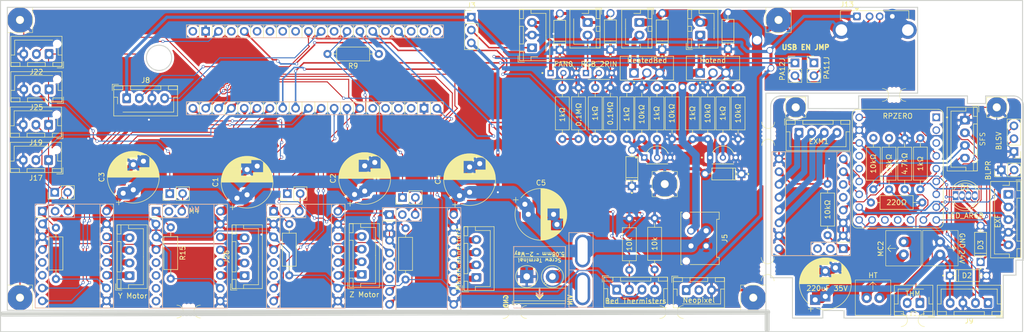
<source format=kicad_pcb>
(kicad_pcb (version 20241229) (generator "pcbnew") (generator_version "9.0")
  (layers (0 "F.Cu" signal) (2 "B.Cu" signal) (13 "F.Paste" user) (15 "B.Paste" user) (5 "F.SilkS" user "F.Silkscreen") (7 "B.SilkS" user "B.Silkscreen") (1 "F.Mask" user) (3 "B.Mask" user) (25 "Edge.Cuts" user))
  (net 0 "")
  (net 1 "GND")
  (net 2 "/M_UART")
  (net 3 "/UART_RX")
  (net 4 "/MX_EN")
  (net 5 "+3V3")
  (net 6 "/MY_EN")
  (net 7 "/MZ_EN")
  (net 8 "/ME_EN")
  (net 9 "Net-(J3-Pin_2)")
  (net 10 "/MX_DIAG")
  (net 11 "+24V")
  (net 12 "/NEOPIXEL_PIN")
  (net 13 "+5V")
  (net 14 "/MY_DIAG")
  (net 15 "/PA11")
  (net 16 "/PA12")
  (net 17 "Net-(J10-Pin_2)")
  (net 18 "/MZ_DIAG")
  (net 19 "/XMotor/A2")
  (net 20 "/XMotor/B1")
  (net 21 "/XMotor/A1")
  (net 22 "/ME_DIAG")
  (net 23 "/XMotor/B2")
  (net 24 "/YMotor/B2")
  (net 25 "/YMotor/A2")
  (net 26 "/YMotor/A1")
  (net 27 "/MX_DIR")
  (net 28 "/MX_STEP")
  (net 30 "/YMotor/B1")
  (net 33 "/MY_DIR")
  (net 35 "/MY_STEP")
  (net 38 "Net-(J16-Pin_2)")
  (net 39 "/MZ_DIR")
  (net 42 "/MZ_STEP")
  (net 44 "/ZMotor/A1")
  (net 45 "/ZMotor/B2")
  (net 46 "/ZMotor/A2")
  (net 47 "/ZMotor/B1")
  (net 48 "Net-(J18-Pin_2)")
  (net 49 "/OpticSensor")
  (net 50 "/SwitchSensor")
  (net 51 "/SGPIO_5")
  (net 52 "/SGPIO_4")
  (net 53 "Net-(J21-Pin_2)")
  (net 54 "/SGPIO_3")
  (net 55 "Net-(J24-Pin_2)")
  (net 56 "/ HEATED_BED_PIN")
  (net 57 "/HEATER_PIN")
  (net 58 "/RGB_PIN")
  (net 59 "/FAN0_PIN")
  (net 60 "/MS_DIR")
  (net 65 "/MS_EN")
  (net 66 "/MS_STEP")
  (net 67 "/MS_DIAG")
  (net 68 "/BED_THM_2")
  (net 69 "/BED_THM_1")
  (net 70 "/EMotor/A1")
  (net 71 "/EMotor/A2")
  (net 72 "/EMotor/B2")
  (net 73 "/EMotor/B1")
  (net 74 "/ME_STEP")
  (net 76 "/ME_DIR")
  (net 79 "5V")
  (net 80 "/Transistor1/Output_GND")
  (net 81 "/Mosfet/Output_Return")
  (net 82 "/Mosfet1/Output_Return")
  (net 83 "Net-(Q5-G)")
  (net 84 "Net-(Q6-G)")
  (net 85 "Net-(Q7-G)")
  (net 86 "Net-(Q8-G)")
  (net 87 "Net-(Q9-G)")
  (net 88 "Net-(Q10-G)")
  (net 89 "/D-")
  (net 90 "/D+")
  (net 95 "/BL_SV")
  (net 96 "/BL_PR")
  (net 97 "/THM_SG")
  (net 98 "/TH_SG")
  (net 99 "/ExtruderDriver/A2")
  (net 100 "/ExtruderDriver/B1")
  (net 101 "/ExtruderDriver/B2")
  (net 102 "/ExtruderDriver/A1")
  (net 103 "/SFS_ENC")
  (net 104 "/SFS_SW")
  (net 106 "/EXF_SG")
  (net 107 "/PCF_SG")
  (net 108 "/EXF_TACH")
  (net 109 "/PCF_TACH")
  (net 110 "/M_DIR")
  (net 111 "/M_EN")
  (net 112 "/M_STEP")
  (net 113 "Net-(J5-Pin_1)")
  (net 114 "Net-(J5-Pin_2)")
  (net 115 "Net-(J8-Pin_2)")
  (net 117 "Net-(J9-Pin_1)")
  (net 118 "Net-(RPZERO1-GP4)")
  (net 119 "/LED_TEST")
  (net 122 "Net-(D1-A)")
  (footprint "Connector_PinHeader_2.54mm:PinHeader_1x02_P2.54mm_Vertical" (layer "F.Cu") (at 261.6 76.45 90)
    (property "Reference" "J4" (hide yes))
    (property "Value" "BLPR")
  )
  (footprint "OpenA1K:mouse-bite-2.54mm-slot" (layer "F.Cu") (at 165.4 104.6 180)
    (property "Reference" "mouse-bite-2.54mm-slot" (hide yes))
    (property "Value" "VAL**" (hide yes))
  )
  (footprint "Connector_PinHeader_2.54mm:PinHeader_1x02_P2.54mm_Vertical" (layer "F.Cu") (at 220.8 55.25)
    (property "Reference" "J15" (hide yes))
    (property "Value" "PA12J")
  )
  (footprint "Connector_PinHeader_2.54mm:PinHeader_1x03_P2.54mm_Vertical" (layer "F.Cu") (at 156.8 46.21)
    (property "Reference" "J3")
    (property "Value" "FAN0_VS")
  )
  (footprint "OpenA1K:mouse-bite-2.54mm-slot" (layer "F.Cu") (at 100.9 104.5 180)
    (property "Reference" "mouse-bite-2.54mm-slot" (hide yes))
    (property "Value" "VAL**" (hide yes))
  )
  (footprint "OpenA1K:Diode" (layer "F.Cu") (at 207.55 47.32 90)
    (property "Reference" "D4" (hide yes))
    (property "Value" "D" (hide yes))
  )
  (footprint "Connector_JST:JST_XH_B4B-XH-A_1x04_P2.50mm_Vertical" (layer "F.Cu") (at 135.12 97.14 90)
    (property "Reference" "J23" (hide yes))
    (property "Value" "Conn_01x04" (hide yes))
  )
  (footprint "OpenA1K:Diode" (layer "F.Cu") (at 188.55 74.5 90)
    (property "Reference" "D5" (hide yes))
    (property "Value" "D")
  )
  (footprint "OpenA1K:Mountinghole_m1.5" (layer "F.Cu") (at 217.55 46.75)
    (property "Reference" "H4" (hide yes))
    (property "Value" "M1.5" (hide yes))
  )
  (footprint "OpenA1K:Diode" (layer "F.Cu") (at 257.5 89.5 90)
    (property "Reference" "D3")
    (property "Value" "D_EXF" (hide yes))
  )
  (footprint "OpenA1K:Diode" (layer "F.Cu") (at 184.3 47.4365 90)
    (property "Reference" "D1" (hide yes))
    (property "Value" "D" (hide yes))
  )
  (footprint "OpenA1K:ScrewTerminal 7mm x 7mm" (layer "F.Cu") (at 242.025914 92.071896 -90)
    (property "Reference" "J7" (hide yes))
    (property "Value" "MC2")
  )
  (footprint "Resistor_THT:R_Axial_DIN0207_L6.3mm_D2.5mm_P10.16mm_Horizontal" (layer "F.Cu") (at 209.55 60.17 -90)
    (property "Reference" "R16" (hide yes))
    (property "Value" "10kΩ")
  )
  (footprint "Capacitor_THT:CP_Radial_D10.0mm_P5.00mm_P7.50mm" (layer "F.Cu") (at 168.067323 85.25)
    (property "Reference" "C5")
    (property "Value" "220uF")
  )
  (footprint "Connector_JST:JST_XH_B2B-XH-AM_1x02_P2.50mm_Vertical" (layer "F.Cu") (at 190.05 47.25 -90)
    (property "Reference" "J6" (hide yes))
    (property "Value" "HeatedBed")
  )
  (footprint "OpenA1K:TMC2209 Footprint" (layer "F.Cu") (at 71.96 84.61)
    (property "Reference" "M2" (hide yes))
    (property "Value" "TMC2209 Breakout" (hide yes))
  )
  (footprint "OpenA1K:ScrewTerminal 7mm x 7mm" (layer "F.Cu") (at 249.774086 91.842704 90)
    (property "Reference" "J6" (hide yes))
    (property "Value" "MC1" (hide yes))
  )
  (footprint "Resistor_THT:R_Axial_DIN0207_L6.3mm_D2.5mm_P10.16mm_Horizontal" (layer "F.Cu") (at 97.36 87.83 -90)
    (property "Reference" "R15")
    (property "Value" "10kΩ")
  )
  (footprint "OpenA1K:Mountinghole_m1.5" (layer "F.Cu") (at 195.05 79.25)
    (property "Reference" "H2" (hide yes))
    (property "Value" "M1.5" (hide yes))
  )
  (footprint "Connector_JST:JST_XH_B4B-XH-A_1x04_P2.50mm_Vertical" (layer "F.Cu") (at 89.21 97.39 90)
    (property "Reference" "J20" (hide yes))
    (property "Value" "Conn_01x04" (hide yes))
  )
  (footprint "OpenA1K:2n7000" (layer "F.Cu") (at 206.55 74)
    (property "Reference" "Q5" (hide yes))
    (property "Value" "2n7000" (hide yes))
  )
  (footprint "Connector_JST:JST_XH_B2B-XH-AM_1x02_P2.50mm_Vertical" (layer "F.Cu") (at 202.05 49.75 90)
    (property "Reference" "J9" (hide yes))
    (property "Value" "Hotend")
  )
  (footprint "Connector_JST:JST_XH_B3B-XH-AM_1x03_P2.50mm_Vertical" (layer "F.Cu") (at 73.2 67.5 180)
    (property "Reference" "J19")
    (property "Value" "Endstop")
  )
  (footprint "OpenA1K:Mountinghole_m1.5" (layer "F.Cu") (at 260.7 64.05)
    (property "Reference" "H2" (hide yes))
    (property "Value" "M1.5" (hide yes))
  )
  (footprint "Connector_JST:JST_XH_B5B-XH-AM_1x05_P2.50mm_Vertical" (layer "F.Cu") (at 263 81.3 -90)
    (property "Reference" "J8" (hide yes))
    (property "Value" "EXF")
  )
  (footprint "OpenA1K:TMC2209 Footprint" (layer "F.Cu") (at 230.340707 92.03 180)
    (property "Reference" "M1" (hide yes))
    (property "Value" "StepperMotor" (hide yes))
  )
  (footprint "Connector_JST:JST_XH_B3B-XH-AM_1x03_P2.50mm_Vertical" (layer "F.Cu") (at 199.3 100.25)
    (property "Reference" "J2" (hide yes))
    (property "Value" "Neopixel")
  )
  (footprint "Connector_JST:JST_XH_B3B-XH-AM_1x03_P2.50mm_Vertical" (layer "F.Cu") (at 168.8 52.25 90)
    (property "Reference" "J7" (hide yes))
    (property "Value" "FAN0")
  )
  (footprint "LED_THT:LED_D5.0mm-4_RGB" (layer "F.Cu") (at 252.56 81.55)
    (property "Reference" "D1")
    (property "Value" "LED_ARGB")
  )
  (footprint "OpenA1K:Diode" (layer "F.Cu") (at 174.3 47.5 90)
    (property "Reference" "D2" (hide yes))
    (property "Value" "D" (hide yes))
  )
  (footprint "Resistor_THT:R_Axial_DIN0207_L6.3mm_D2.5mm_P10.16mm_Horizontal" (layer "F.Cu") (at 181.3 70.33 90)
    (property "Reference" "R27" (hide yes))
    (property "Value" "1kΩ")
  )
  (footprint "Capacitor_THT:CP_Radial_D10.0mm_P5.00mm_P7.50mm" (layer "F.Cu") (at 135.71 80.64 90)
    (property "Reference" "C2")
    (property "Value" "220uF")
  )
  (footprint "OpenA1K:mouse-bite-2.54mm-slot" (layer "F.Cu") (at 240.4 61.6)
    (property "Reference" "mouse-bite-2.54mm-slot" (hide yes))
    (property "Value" "VAL**" (hide yes))
  )
  (footprint "Resistor_THT:R_Axial_DIN0207_L6.3mm_D2.5mm_P10.16mm_Horizontal" (layer "F.Cu") (at 200.55 70.33 90)
    (property "Reference" "R18" (hide yes))
    (property "Value" "1kΩ")
  )
  (footprint "Connector_PinHeader_2.54mm:PinHeader_1x03_P2.54mm_Vertical" (layer "F.Cu") (at 264.1 72.8 180)
    (property "Reference" "J3" (hide yes))
    (property "Value" "BLSV")
  )
  (footprint "Connector_PinHeader_2.54mm:PinHeader_1x02_P2.54mm_Vertical" (layer "F.Cu") (at 143.195 81.91 90)
    (property "Reference" "J16" (hide yes))
    (property "Value" "SensorlessHoming" (hide yes))
  )
  (footprint "Connector_USB:USB_A_Connfly_DS1095" (layer "F.Cu") (at 233.05 46.04)
    (property "Reference" "J13")
    (property "Value" "USB_A")
  )
  (footprint "Connector_PinHeader_2.54mm:PinHeader_1x02_P2.54mm_Vertical" (layer "F.Cu") (at 74.42 80.89 90)
    (property "Reference" "J18" (hide yes))
    (property "Value" "SensorlessHoming" (hide yes))
  )
  (footprint "Resistor_THT:R_Axial_DIN0207_L6.3mm_D2.5mm_P10.16mm_Horizontal" (layer "F.Cu") (at 143.8 88 -90)
    (property "Reference" "R12" (hide yes))
    (property "Value" "10kΩ" (hide yes))
  )
  (footprint "OpenA1K:STM32 Blackpill Socketed" (layer "F.Cu") (at 125.864 56.62 180)
    (property "Reference" "U1" (hide yes))
    (property "Value" "~")
  )
  (footprint "Capacitor_THT:CP_Radial_D10.0mm_P5.00mm_P7.50mm" (layer "F.Cu") (at 89.96 80.39 90)
    (property "Reference" "C3")
    (property "Value" "220uF" (hide yes))
  )
  (footprint "OpenA1K:Diode" (layer "F.Cu") (at 256.6135 97.3746)
    (property "Reference" "D2")
    (property "Value" "D_PCF" (hide yes))
  )
  (footprint "OpenA1K:mouse-bite-2.54mm-slot" (layer "F.Cu") (at 244.1 106.2 180)
    (property "Reference" "mouse-bite-2.54mm-slot" (hide yes))
    (property "Value" "VAL**" (hide yes))
  )
  (footprint "Connector_JST:JST_XH_B3B-XH-AM_1x03_P2.50mm_Vertical" (layer "F.Cu") (at 73.3 53.5 180)
    (property "Reference" "J22")
    (property "Value" "Endstop")
  )
  (footprint "OpenA1K:Diode" (layer "F.Cu") (at 194.55 47.4365 90)
    (property "Reference" "D6" (hide yes))
    (property "Value" "D" (hide yes))
  )
  (footprint "Connector_JST:JST_XH_B4B-XH-AM_1x04_P2.50mm_Vertical" (layer "F.Cu") (at 88.65 62.25)
    (property "Reference" "J8")
    (property "Value" "SFS")
  )
  (footprint "Connector_JST:JST_XH_B4B-XH-A_1x04_P2.50mm_Vertical" (layer "F.Cu") (at 254.4 66.6 -90)
    (property "Reference" "J2" (hide yes))
    (property "Value" "SFS")
  )
  (footprint "Connector_PinHeader_2.54mm:PinHeader_1x02_P2.54mm_Vertical" (layer "F.Cu") (at 97.17 81.14 90)
    (property "Reference" "J24" (hide yes))
    (property "Value" "SensorlessHoming" (hide yes))
  )
  (footprint "Connector_JST:JST_XH_B4B-XH-A_1x04_P2.50mm_Vertical" (layer "F.Cu") (at 157.8 97.75 90)
    (property "Reference" "MotorConnector1")
    (property "Value" "Conn_01x04")
  )
  (footprint "Resistor_THT:R_Axial_DIN0207_L6.3mm_D2.5mm_P10.16mm_Horizontal" (layer "F.Cu") (at 193.51 60.17 -90)
    (property "Reference" "R21" (hide yes))
    (property "Value" "1kΩ")
  )
  (footprint "OpenA1K:Mountinghole_m1.5" (layer "F.Cu") (at 212.55 101.75)
    (property "Reference" "H5" (hide yes))
    (property "Value" "M1.5" (hide yes))
  )
  (footprint "Connector_JST:JST_XH_B3B-XH-AM_1x03_P2.50mm_Vertical" (layer "F.Cu") (at 73.2 74.5 180)
    (property "Reference" "J17")
    (property "Value" "Endstop")
  )
  (footprint "OpenA1K:2n7000" (layer "F.Cu") (at 193.55 74)
    (property "Reference" "Q7" (hide yes))
    (property "Value" "2n7000")
  )
  (footprint "Resistor_THT:R_Axial_DIN0207_L6.3mm_D2.5mm_P10.16mm_Horizontal" (layer "F.Cu") (at 196.51 60.17 -90)
    (property "Reference" "R20" (hide yes))
    (property "Value" "10kΩ")
  )
  (footprint "OpenA1K:2n7000" (layer "F.Cu") (at 175.0125 57.26)
    (property "Reference" "Q9" (hide yes))
    (property "Value" "2n7000" (hide yes))
  )
  (footprint "OpenA1K:Mountinghole_m1.5" (layer "F.Cu") (at 67.55 46.75)
    (property "Reference" "H1" (hide yes))
    (property "Value" "M1.5" (hide yes))
  )
  (footprint "OpenA1K:2n7000" (layer "F.Cu") (at 182.0125 57.26)
    (property "Reference" "Q10" (hide yes))
    (property "Value" "2n7000" (hide yes))
  )
  (footprint "OpenA1K:mouse-bite-2.54mm-slot" (layer "F.Cu") (at 215.5 69.3 90)
    (property "Reference" "mouse-bite-2.54mm-slot" (hide yes))
    (property "Value" "VAL**" (hide yes))
  )
  (footprint "Resistor_THT:R_Axial_DIN0207_L6.3mm_D2.5mm_P10.16mm_Horizontal" (layer "F.Cu") (at 245.6 70.12 -90)
    (property "Reference" "R1" (hide yes))
    (property "Value" "1kΩ")
  )
  (footprint "OpenA1K:Updated ATO Mini-Blade_2Post" (layer "F.Cu") (at 178.895 96.25 -90)
    (property "Reference" "F1" (hide yes))
    (property "Value" "Mini ATO Fuse")
  )
  (footprint "Resistor_THT:R_Axial_DIN0207_L6.3mm_D2.5mm_P10.16mm_Horizontal" (layer "F.Cu") (at 190.51 70.33 90)
    (property "Reference" "R22" (hide yes))
    (property "Value" "10kΩ")
  )
  (footprint "Resistor_THT:R_Axial_DIN0207_L6.3mm_D2.5mm_P10.16mm_Horizontal" (layer "F.Cu") (at 235.82 82.9)
    (property "Reference" "R3" (hide yes))
    (property "Value" "220Ω")
  )
  (footprint "Resistor_THT:R_Axial_DIN0207_L6.3mm_D2.5mm_P10.16mm_Horizontal" (layer "F.Cu") (at 120.8 87.17 -90)
    (property "Reference" "R14" (hide yes))
    (property "Value" "10kΩ" (hide yes))
  )
  (footprint "OpenA1K:mouse-bite-2.54mm-slot" (layer "F.Cu") (at 215.4 96.1 90)
    (property "Reference" "mouse-bite-2.54mm-slot" (hide yes))
    (property "Value" "VAL**" (hide yes))
  )
  (footprint "OpenA1K:IRLZ44N" (layer "F.Cu") (at 191.51 56.31)
    (property "Reference" "Q8" (hide yes))
    (property "Value" "NMOS" (hide yes))
  )
  (footprint "Resistor_THT:R_Axial_DIN0207_L6.3mm_D2.5mm_P10.16mm_Horizontal" (layer "F.Cu") (at 242.5 80.3 90)
    (property "Reference" "R2" (hide yes))
    (property "Value" "4.7kΩ")
  )
  (footprint "Connector_PinHeader_2.54mm:PinHeader_1x02_P2.54mm_Vertical" (layer "F.Cu") (at 224.55 55.25)
    (property "Reference" "J14" (hide yes))
    (property "Value" "PA11J")
  )
  (footprint "Capacitor_THT:CP_Radial_D10.0mm_P5.00mm_P7.50mm" (layer "F.Cu") (at 112.46 81.372677 90)
    (property "Reference" "C1")
    (property "Value" "220uF")
  )
  (footprint "Resistor_THT:R_Axial_DIN0207_L6.3mm_D2.5mm_P10.16mm_Horizontal" (layer "F.Cu") (at 227.25 89.38 90)
    (property "Reference" "R6" (hide yes))
    (property "Value" "10kΩ")
  )
  (footprint "OpenA1K:TMC2209 Footprint" (layer "F.Cu") (at 94.46 84.65)
    (property "Reference" "M4")
    (property "Value" "TMC2209 Breakout" (hide yes))
  )
  (footprint "OpenA1K:Diode" (layer "F.Cu") (at 205.05 77.25 180)
    (property "Reference" "D3" (hide yes))
    (property "Value" "D")
  )
  (footprint "Libraries:RP2040-ZERO" (layer "F.Cu") (at 241.12 76.2)
    (property "Reference" "RPZERO1" (hide yes))
    (property "Value" "RPZERO")
  )
  (footprint "Resistor_THT:R_Axial_DIN0207_L6.3mm_D2.5mm_P10.16mm_Horizontal" (layer "F.Cu") (at 187.55 70.33 90)
    (property "Reference" "R23" (hide yes))
    (property "Value" "1kΩ")
  )
  (footprint "OpenA1K:1x2 Terminal Block" (layer "F.Cu") (at 167.755 97.571)
    (property "Reference" "J10" (hide yes))
    (property "Value" "Screw_Terminal_01x02" (hide yes))
  )
  (footprint "Capacitor_THT:CP_Radial_D10.0mm_P5.00mm_P7.50mm" (layer "F.Cu") (at 156.46 80.872677 90)
    (property "Reference" "C4")
    (property "Value" "220uF")
  )
  (footprint "Connector_JST:JST_XH_B4B-XH-A_1x04_P2.50mm_Vertical" (layer "F.Cu") (at 259 102.8 180)
    (property "Reference" "J9")
    (property "Value" "PCF")
  )
  (footprint "Connector_JST:JST_XH_B2B-XH-AM_1x02_P2.50mm_Vertical" (layer "F.Cu") (at 179.8 47.25 -90)
    (property "Reference" "J4" (hide yes))
    (property "Value" "RGB_2PIN")
  )
  (footprint "Resistor_THT:R_Axial_DIN0207_L6.3mm_D2.5mm_P10.16mm_Horizontal" (layer "F.Cu") (at 74.66 87.91 -90)
    (property "Reference" "R13" (hide yes))
    (property "Value" "10kΩ" (hide yes))
  )
  (footprint "OpenA1K:mouse-bite-2.54mm-slot" (layer "F.Cu") (at 196.4 104.6 180)
    (property "Reference" "mouse-bite-2.54mm-slot" (hide yes))
    (property "Value" "VAL**" (hide yes))
  )
  (footprint "Connector_JST:JST_XH_B4B-XH-A_1x04_P2.50mm_Vertical" (layer "F.Cu") (at 111.96 97.39 90)
    (property "Reference" "J26")
    (property "Value" "Conn_01x04")
  )
  (footprint "Resistor_THT:R_Axial_DIN0207_L6.3mm_D2.5mm_P10.16mm_Horizontal" (layer "F.Cu") (at 138.514 53.49 180)
    (property "Reference" "R9")
    (property "Value" "1kΩ")
  )
  (footprint "Connector_PinHeader_2.54mm:PinHeader_1x02_P2.54mm_Vertical" (layer "F.Cu") (at 120.42 81.14 90)
    (property "Reference" "J21" (hide yes))
    (property "Value" "SensorlessHoming" (hide yes))
  )
  (footprint "Resistor_THT:R_Axial_DIN0207_L6.3mm_D2.5mm_P10.16mm_Horizontal" (layer "F.Cu") (at 174.8 70.33 90)
    (property "Reference" "R25" (hide yes))
    (property "Value" "1kΩ")
  )
  (footprint "Resistor_THT:R_Axial_DIN0207_L6.3mm_D2.5mm_P10.16mm_Horizontal" (layer "F.Cu") (at 193.05 96.17 90)
    (property "Reference" "R10" (hide yes))
    (property "Value" "10k")
  )
  (footprint "Resistor_THT:R_Axial_DIN0207_L6.3mm_D2.5mm_P10.16mm_Horizontal" (layer "F.Cu") (at 203.55 70.33 90)
    (property "Reference" "R19" (hide yes))
    (property "Value" "10kΩ")
  )
  (footprint "Resistor_THT:R_Axial_DIN0207_L6.3mm_D2.5mm_P10.16mm_Horizontal" (layer "F.Cu") (at 206.55 60.17 -90)
    (property "Reference" "R17" (hide yes))
    (property "Value" "1kΩ")
  )
  (footprint "Connector_JST:JST_XH_B2B-XH-AM_1x02_P2.50mm_Vertical" (layer "F.Cu") (at 245.5 102.8 180)
    (property "Reference" "J1" (hide yes))
    (property "Value" "THM")
  )
  (footprint "Connector_JST:JST_XH_B4B-XH-A_1x04_P2.50mm_Vertical" (layer "F.Cu") (at 221.6 69.1)
    (property "Reference" "EXM1")
    (property "Value" "Conn_01x04" (hide yes))
  )
  (footprint "Resistor_THT:R_Axial_DIN0207_L6.3mm_D2.5mm_P10.16mm_Horizontal" (layer "F.Cu") (at 184.3 70.33 90)
    (property "Reference" "R26" (hide yes))
    (property "Value" "0.1MΩ")
  )
  (footprint "OpenA1K:IRLZ44N" (layer "F.Cu") (at 204.59 56.31)
    (property "Reference" "Q6" (hide yes))
    (property "Value" "NMOS" (hide yes))
  )
  (footprint "OpenA1K:ScrewTerminal 7mm x 7mm" (layer "F.Cu") (at 236.128811 101.525914 180)
    (property "Reference" "J5" (hide yes))
    (property "Value" "HT")
  )
  (footprint "Connector_JST:JST_XH_B3B-XH-AM_1x03_P2.50mm_Vertical" (layer "F.Cu") (at 73.3 60.5 180)
    (property "Reference" "J25")
    (property "Value" "Endstop")
  )
  (footprint "Connector_Molex:Molex_Micro-Fit_3.0_43045-0412_2x02_P3.00mm_Vertical" (layer "F.Cu") (at 203.24 88.5 -90)
    (property "Reference" "J5")
    (property "Value" "Molex 2x02 Microfit" (hide yes))
  )
  (footprint "Resistor_THT:R_Axial_DIN0207_L6.3mm_D2.5mm_P10.16mm_Horizontal" (layer "F.Cu") (at 178 70.33 90)
    (property "Reference" "R24" (hide yes))
    (property "Value" "0.1MΩ")
  )
  (footprint "OpenA1K:TMC2209 Footprint" (layer "F.Cu") (at 117.71 84.65)
    (property "Reference" "M3" (hide yes))
    (property "Value" "TMC2209 Breakout" (hide yes))
  )
  (footprint "Resistor_THT:R_Axial_DIN0207_L6.3mm_D2.5mm_P10.16mm_Horizontal" (layer "F.Cu") (at 188.05 96.25 90)
    (property "Reference" "R11" (hide yes))
    (property "Value" "10k")
  )
  (footprint "Resistor_THT:R_Axial_DIN0207_L6.3mm_D2.5mm_P10.16mm_Horizontal" (layer "F.Cu") (at 236.3 80.3 90)
    (property "Reference" "R5" (hide yes))
    (property "Value" "10kΩ")
  )
  (footprint "Connector_JST:JST_XH_B4B-XH-A_1x04_P2.50mm_Vertical" (layer "F.Cu") (at 185.55 100.17)
    (property "Reference" "J11" (hide yes))
    (property "Value" "Bed Thermisters")
  )
  (footprint "OpenA1K:Mountinghole_m1.5" (layer "F.Cu") (at 220.95 64.05)
    (property "Reference" "H1" (hide yes))
    (property "Value" "M1.5" (hide yes))
  )
  (footprint "OpenA1K:TMC2209 Footprint" (layer "F.Cu") (at 140.62 85.3)
    (property "Reference" "M1" (hide yes))
    (property "Value" "TMC2209 Breakout" (hide yes))
  )
  (footprint "OpenA1K:Mountinghole_m1.5" (layer "F.Cu") (at 67.55 101.75)
    (property "Reference" "H3" (hide yes))
    (property "Value" "M1.5" (hide yes))
  )
  (footprint "Capacitor_THT:CP_Radial_D10.0mm_P5.00mm_P7.50mm" (layer "F.Cu") (at 226.8 101.5 90)
    (property "Reference" "C2" (hide yes))
    (property "Value" "220uF 35V")
  )
  (footprint "Resistor_THT:R_Axial_DIN0207_L6.3mm_D2.5mm_P10.16mm_Horizontal" (layer "F.Cu") (at 239.4 80.3 90)
    (property "Reference" "R4" (hide yes))
    (property "Value" "10kΩ")
  )
  (gr_line (start 226.301099 105.790499) (end 226.301099 104.3) (stroke (width 0.2)) (layer "Edge.Cuts"))
  (gr_line (start 220.30788 105.790499) (end 220.299262 97.797624) (stroke (width 0.2)) (layer "Edge.Cuts"))
  (gr_line (start 216 63.8) (end 216 97.8) (stroke (width 0.2)) (layer "Edge.Cuts"))
  (gr_line (start 233.399131 61.8) (end 233.399131 64.3) (stroke (width 0.2)) (layer "Edge.Cuts"))
  (gr_arc (start 264 61.8) (mid 265.414214 62.385786) (end 266 63.8) (stroke (width 0.2)) (layer "Edge.Cuts"))
  (gr_line (start 215.3 104.6) (end 215.3 108.1) (stroke (width 1)) (layer "Edge.Cuts"))
  (gr_line (start 65.05 104.25) (end 215.05 104.25) (stroke (width 0.2)) (layer "Edge.Cuts"))
  (gr_line (start 262 105.8) (end 262 97.3) (stroke (width 0.2)) (layer "Edge.Cuts"))
  (gr_line (start 245.05 61.25) (end 245.05 44.25) (stroke (width 0.2)) (layer "Edge.Cuts"))
  (gr_line (start 258.5 61.8) (end 258.5 63.3) (stroke (width 0.2)) (layer "Edge.Cuts"))
  (gr_line (start 223.396551 61.8) (end 218 61.8) (stroke (width 0.2)) (layer "Edge.Cuts"))
  (gr_line (start 266 94.3) (end 266 63.8) (stroke (width 0.2)) (layer "Edge.Cuts"))
  (gr_rect (start 63.7 42.9) (end 265.8 108.5) (stroke (width 0.2)) (fill no) (layer "Edge.Cuts"))
  (gr_line (start 264.5 94.3) (end 266 94.3) (stroke (width 0.2)) (layer "Edge.Cuts"))
  (gr_line (start 220.30788 105.790499) (end 226.301099 105.790499) (stroke (width 0.2)) (layer "Edge.Cuts"))
  (gr_line (start 215.05 104.25) (end 215.05 61.25) (stroke (width 0.2)) (layer "Edge.Cuts"))
  (gr_line (start 65.05 44.25) (end 65.05 104.25) (stroke (width 0.2)) (layer "Edge.Cuts"))
  (gr_line (start 264 61.8) (end 258.5 61.8) (stroke (width 0.2)) (layer "Edge.Cuts"))
  (gr_line (start 245.05 44.25) (end 65.05 44.25) (stroke (width 0.2)) (layer "Edge.Cuts"))
  (gr_line (start 262 97.3) (end 264.5 97.3) (stroke (width 0.2)) (layer "Edge.Cuts"))
  (gr_line (start 254.898662 61.8) (end 254.898662 63.301055) (stroke (width 0.2)) (layer "Edge.Cuts"))
  (gr_line (start 226.301099 104.3) (end 230.5 104.3) (stroke (width 0.2)) (layer "Edge.Cuts"))
  (gr_line (start 230.5 104.3) (end 230.5 105.8) (stroke (width 0.2)) (layer "Edge.Cuts"))
  (gr_line (start 216 97.8) (end 220.299262 97.797624) (stroke (width 0.2)) (layer "Edge.Cuts"))
  (gr_line (start 215.05 61.25) (end 245.05 61.25) (stroke (width 0.2)) (layer "Edge.Cuts"))
  (gr_circle (center 95.05 54.25) (end 92.55 54.25) (stroke (width 0.2)) (fill no) (layer "Edge.Cuts"))
  (gr_line (start 254.898662 61.8) (end 233.399131 61.8) (stroke (width 0.2)) (layer "Edge.Cuts"))
  (gr_line (start 258.5 63.3) (end 254.898662 63.301055) (stroke (width 0.2)) (layer "Edge.Cuts"))
  (gr_line (start 223.396551 64.301055) (end 223.396551 61.8) (stroke (width 0.2)) (layer "Edge.Cuts"))
  (gr_arc (start 216 63.8) (mid 216.585786 62.385786) (end 218 61.8) (stroke (width 0.2)) (layer "Edge.Cuts"))
  (gr_line (start 230.5 105.8) (end 262 105.8) (stroke (width 0.2)) (layer "Edge.Cuts"))
  (gr_line (start 64.1 105) (end 215.4 104.6) (stroke (width 1)) (layer "Edge.Cuts"))
  (gr_line (start 264.5 97.3) (end 264.5 94.3) (stroke (width 0.2)) (layer "Edge.Cuts"))
  (gr_line (start 233.399131 64.3) (end 223.396551 64.301055) (stroke (width 0.2)) (layer "Edge.Cuts"))
  (gr_text "24V" (at 253.8 93.65 270) (layer "F.SilkS") (effects (font (size 1 1))))
  (gr_text "GND" (at 253.85 90.45 270) (layer "F.SilkS") (effects (font (size 1 1))))
  (gr_text "USB EN JMP" (at 218.05 52.75 0) (layer "F.SilkS") (effects (font (size 1 1) (thickness 0.25) (bold yes)) (justify left bottom)))
  (segment (start 68.3 53.5) (end 68.3 74.4) (width 0.2) (layer "F.Cu") (net 1))
  (segment (start 156.46 75.872677) (end 151.529 80.803677) (width 1.4) (layer "F.Cu") (net 1))
  (segment (start 68.2 85.93) (end 68.2 74.5) (width 0.2) (layer "F.Cu") (net 1))
  (segment (start 222.95 66.05) (end 230.97 66.05) (width 0.3) (layer "F.Cu") (net 1))
  (segment (start 217.640707 74.25) (end 217.640707 67.359293) (width 0.3) (layer "F.Cu") (net 1))
  (segment (start 137.037856 75.64) (end 137.71 74.967856) (width 1.4) (layer "F.Cu") (net 1))
  (segment (start 207.13 57.25) (end 206.47 57.25) (width 0.3) (layer "F.Cu") (net 1))
  (segment (start 201.999 90.259) (end 197.299 90.259) (width 0.5) (layer "F.Cu") (net 1))
  (segment (start 81.05 67.75) (end 82.3 66.5) (width 0.2) (layer "F.Cu") (net 1))
  (segment (start 183.109 61.361) (end 184.3 60.17) (width 0.3) (layer "F.Cu") (net 1))
  (segment (start 117.71 87.19) (end 115.3 87.19) (width 0.2) (layer "F.Cu") (net 1))
  (segment (start 260.7 64.05) (end 256.95 64.05) (width 0.2) (layer "F.Cu") (net 1))
  (segment (start 232.035707 85.255) (end 243.625 85.255) (width 0.3) (layer "F.Cu") (net 1))
  (segment (start 115.3 87.19) (end 107.16 87.19) (width 0.2) (layer "F.Cu") (net 1))
  (segment (start 105.379 88.971) (end 96.520999 88.971) (width 0.2) (layer "F.Cu") (net 1))
  (segment (start 107.16 87.19) (end 105.379 88.971) (width 0.2) (layer "F.Cu") (net 1))
  (segment (start 173.739467 85.922144) (end 173.067323 85.25) (width 2.5) (layer "F.Cu") (net 1))
  (segment (start 139.97 87.19) (end 140.62 87.84) (width 0.2) (layer "F.Cu") (net 1))
  (segment (start 184.5525 57.26) (end 184.5525 59.9175) (width 0.3) (layer "F.Cu") (net 1))
  (segment (start 203.55 60.17) (end 204.21 60.17) (width 1) (layer "F.Cu") (net 1))
  (segment (start 197.234517 96.761) (end 187.723517 87.25) (width 3) (layer "F.Cu") (net 1))
  (segment (start 151.529 80.803677) (end 151.529 86.049) (width 1.4) (layer "F.Cu") (net 1))
  (segment (start 128.02 83.33) (end 128.02 84.8) (width 1.4) (layer "F.Cu") (net 1))
  (segment (start 203.24 91.5) (end 203.24 93.757537) (width 3) (layer "F.Cu") (net 1))
  (segment (start 233.5 68.58) (end 234.254 67.826) (width 0.3) (layer "F.Cu") (net 1))
  (segment (start 95.930999 88.381) (end 85.891 88.381) (width 0.2) (layer "F.Cu") (net 1))
  (segment (start 184.3 52.6165) (end 184.3 57.0075) (width 0.3) (layer "F.Cu") (net 1))
  (segment (start 71.96 89.69) (end 67.55 94.1) (width 0.2) (layer "F.Cu") (net 1))
  (segment (start 135.71 75.64) (end 137.037856 75.64) (width 1.4) (layer "F.Cu") (net 1))
  (segment (start 217.55 46.75) (end 227.98 46.75) (width 3) (layer "F.Cu") (net 1))
  (segment (start 194.05 57.25) (end 191.13 60.17) (width 1) (layer "F.Cu") (net 1))
  (segment (start 204.3 100.25) (end 204.3 92.56) (width 0.5) (layer "F.Cu") (net 1))
  (segment (start 151.529 86.049) (end 153.32 87.84) (width 1.4) (layer "F.Cu") (net 1))
  (segment (start 167.755 97.571) (end 167.755 90.562323) (width 2.5) (layer "F.Cu") (net 1))
  (segment (start 243.625 85.255) (end 245.98 82.9) (width 0.3) (layer "F.Cu") (net 1))
  (segment (start 130.41 87.19) (end 139.97 87.19) (width 0.2) (layer "F.Cu") (net 1))
  (segment (start 215.8 48.5) (end 217.55 46.75) (width 1) (layer "F.Cu") (net 1))
  (segment (start 207.55 56.83) (end 207.13 57.25) (width 1) (layer "F.Cu") (net 1))
  (segment (start 220.95 64.05) (end 222.95 66.05) (width 0.3) (layer "F.Cu") (net 1))
  (segment (start 68.3 74.4) (end 68.2 74.5) (width 0.2) (layer "F.Cu") (net 1))
  (segment (start 184.5525 59.9175) (end 184.3 60.17) (width 0.3) (layer "F.Cu") (net 1))
  (segment (start 224.650707 96.5) (end 217.640707 89.49) (width 1.3) (layer "F.Cu") (net 1))
  (segment (start 204.3 100.25) (end 211.05 100.25) (width 0.5) (layer "F.Cu") (net 1))
  (segment (start 197.299 90.259) (end 193.05 86.01) (width 0.5) (layer "F.Cu") (net 1))
  (segment (start 207.55 52.5) (end 207.55 56.83) (width 1) (layer "F.Cu") (net 1))
  (segment (start 152.129 89.031) (end 153.32 87.84) (width 0.2) (layer "F.Cu") (net 1))
  (segment (start 179.191 61.361) (end 183.109 61.361) (width 0.3) (layer "F.Cu") (net 1))
  (segment (start 240.186 67.826) (end 242.5 70.14) (width 0.3) (layer "F.Cu") (net 1))
  (segment (start 128.8 100.82) (end 128.8 91.719) (width 0.2) (layer "F.Cu") (net 1))
  (segment (start 156.46 75.872677) (end 157.787856 75.872677) (width 1.4) (layer "F.Cu") (net 1))
  (segment (start 256.95 64.05) (end 254.4 66.6) (width 0.2) (layer "F.Cu") (net 1))
  (segment (start 89.96 75.39) (end 91.287856 75.39) (width 1.4) (layer "F.Cu") (net 1))
  (segment (start 230.340707 86.95) (end 232.035707 85.255) (width 0.3) (layer "F.Cu") (net 1))
  (segment (start 230.97 66.05) (end 233.5 68.58) (width 0.3) (layer "F.Cu") (net 1))
  (segment (start 82.869 82.481) (end 82.869 85.359) (width 1.4) (layer "F.Cu") (net 1))
  (segment (start 226.8 96.5) (end 228.127856 96.5) (width 1.3) (layer "F.Cu") (net 1))
  (segment (start 230.340707 86.95) (end 230.340707 89.49) (width 0.3) (layer "F.Cu") (net 1))
  (segment (start 115.3 89.25) (end 115.3 87.19) (width 0.2) (layer "F.Cu") (net 1))
  (segment (start 105.369 83.463677) (end 105.369 85.399) (width 1.4) (layer "F.Cu") (net 1))
  (segment (start 152.129 101.889) (end 152.129 89.031) (width 0.2) (layer "F.Cu") (net 1))
  (segment (start 167.755 90.562323) (end 173.067323 85.25) (width 2.5) (layer "F.Cu") (net 1))
  (segment (start 177.5525 57.26) (end 177.5525 55.9325) (width 0.3) (layer "F.Cu") (net 1))
  (segment (start 193.05 86.01) (end 193.05 81.25) (width 0.5) (layer "F.Cu") (net 1))
  (segment (start 173.739467 87.25) (end 173.739467 85.922144) (width 2.5) (layer "F.Cu") (net 1))
  (segment (start 82.12 89.69) (end 71.96 89.69) (width 0.2) (layer "F.Cu") (net 1))
  (segment (start 157.787856 75.872677) (end 158.46 75.200533) (width 1.4) (layer "F.Cu") (net 1))
  (segment (start 178 60.17) (end 179.191 61.361) (width 0.3) (layer "F.Cu") (net 1))
  (segment (start 187.723517 87.25) (end 173.739467 87.25) (width 3) (layer "F.Cu") (net 1))
  (segment (start 112.46 76.372677) (end 113.787856 76.372677) (width 1.4) (layer "F.Cu") (net 1))
  (segment (start 194.55 56.75) (end 194.05 57.25) (width 1) (layer "F.Cu") (net 1))
  (segment (start 112.46 76.372677) (end 105.369 83.463677) (width 1.4) (layer "F.Cu") (net 1))
  (segment (start 211.05 100.25) (end 212.55 101.75) (width 0.5) (layer "F.Cu") (net 1))
  (segment (start 71.96 89.69) (end 68.2 85.93) (width 0.2) (layer "F.Cu") (net 1))
  (segment (start 130.41 102.43) (end 128.8 100.82) (width 0.2) (layer "F.Cu") (net 1))
  (segment (start 208.05 48.5) (end 215.8 48.5) (width 1) (layer "F.Cu") (net 1))
  (segment (start 234.254 67.826) (end 240.186 67.826) (width 0.3) (layer "F.Cu") (net 1))
  (segment (start 82.869 85.359) (end 84.66 87.15) (width 1.4) (layer "F.Cu") (net 1))
  (segment (start 184.3 57.0075) (end 184.5525 57.26) (width 0.3) (layer "F.Cu") (net 1))
  (segment (start 82.3 66.5) (end 93.05 66.5) (width 0.2) (layer "F.Cu") (net 1))
  (segment (start 217.640707 74.25) (end 227.55 74.25) (width 0.3) (layer "F.Cu") (net 1))
  (segment (start 226.8 96.5) (end 224.650707 96.5) (width 1.3) (layer "F.Cu") (net 1))
  (segment (start 68.3 47.5) (end 67.55 46.75) (width 0.2) (layer "F.Cu") (net 1))
  (segment (start 207.55 52.5) (end 207.55 49) (width 1) (layer "F.Cu") (net 1))
  (segment (start 174.3 52.68) (end 174.3 50.75) (width 0.3) (layer "F.Cu") (net 1))
  (segment (start 128.02 84.8) (end 130.41 87.19) (width 1.4) (layer "F.Cu") (net 1))
  (segment (start 193.05 86.01) (end 188.13 86.01) (width 0.5) (layer "F.Cu") (net 1))
  (segment (start 67.55 94.1) (end 67.55 101.75) (width 0.2) (layer "F.Cu") (net 1))
  (segment (start 135.71 75.64) (end 128.02 83.33) (width 1.4) (layer "F.Cu") (net 1))
  (segment (start 174.3 50.75) (end 173.05 49.5) (width 0.3) (layer "F.Cu") (net 1))
  (segment (start 153.32 103.08) (end 152.129 101.889) (width 0.2) (layer "F.Cu") (net 1))
  (segment (start 177.5525 55.9325) (end 174.3 52.68) (width 0.3) (layer "F.Cu") (net 1))
  (segment (start 177.5525 57.26) (end 177.5525 59.7225) (width 0.3) (layer "F.Cu") (net 1))
  (segment (start 204.21 60.17) (end 207.13 57.25) (width 1) (layer "F.Cu") (net 1))
  (segment (start 193.43 57.25) (end 194.05 57.25) (width 0.3) (layer "F.Cu") (net 1))
  (segment (start 194.55 52.6165) (end 194.55 56.75) (width 1) (layer "F.Cu") (net 1))
  (segment (start 68.3 53.5) (end 68.3 47.5) (width 0.2) (layer "F.Cu") (net 1))
  (segment (start 85.891 88.381) (end 84.66 87.15) (width 0.2) (layer "F.Cu") (net 1))
  (segment (start 200.236537 96.761) (end 197.234517 96.761) (width 3) (layer "F.Cu") (net 1))
  (segment (start 113.787856 76.372677) (end 114.46 75.700533) (width 1.4) (layer "F.Cu") (net 1))
  (segment (start 91.287856 75.39) (end 91.96 74.717856) (width 1.4) (layer "F.Cu") (net 1))
  (segment (start 191.13 60.17) (end 190.51 60.17) (width 1) (layer "F.Cu") (net 1))
  (segment (start 203.24 93.757537) (end 200.236537 96.761) (width 3) (layer "F.Cu") (net 1))
  (segment (start 81.05 70.25) (end 81.05 67.75) (width 0.2) (layer "F.Cu") (net 1))
  (segment (start 217.640707 67.359293) (end 220.95 64.05) (width 0.3) (layer "F.Cu") (net 1))
  (segment (start 177.5525 59.7225) (end 178 60.17) (width 0.3) (layer "F.Cu") (net 1))
  (segment (start 203.24 91.5) (end 201.999 90.259) (width 0.5) (layer "F.Cu") (net 1))
  (segment (start 84.66 87.15) (end 82.12 89.69) (width 0.2) (layer "F.Cu") (net 1))
  (segment (start 204.3 92.56) (end 203.24 91.5) (width 0.5) (layer "F.Cu") (net 1))
  (segment (start 193.05 81.25) (end 195.05 79.25) (width 0.5) (layer "F.Cu") (net 1))
  (segment (start 228.127856 96.5) (end 228.8 95.827856) (width 1.3) (layer "F.Cu") (net 1))
  (segment (start 105.369 85.399) (end 107.16 87.19) (width 1.4) (layer "F.Cu") (net 1))
  (segment (start 89.96 75.39) (end 82.869 82.481) (width 1.4) (layer "F.Cu") (net 1))
  (segment (start 140.62 87.84) (end 140.62 90.38) (width 0.2) (layer "F.Cu") (net 1))
  (segment (start 227.98 46.75) (end 229.98 48.75) (width 3) (layer "F.Cu") (net 1))
  (segment (start 96.520999 88.971) (end 95.930999 88.381) (width 0.2) (layer "F.Cu") (net 1))
  (segment (start 207.55 49) (end 208.05 48.5) (width 1) (layer "F.Cu") (net 1))
  (segment (start 188.13 86.01) (end 188.05 86.09) (width 0.5) (layer "F.Cu") (net 1))
  (via (at 128.8 91.719) (size 0.6) (drill 0.4) (layers "F.Cu" "B.Cu") (net 1))
  (via (at 93.05 66.5) (size 0.6) (drill 0.4) (layers "F.Cu" "B.Cu") (net 1))
  (via (at 173.05 49.5) (size 0.6) (drill 0.4) (layers "F.Cu" "B.Cu") (net 1))
  (via (at 227.55 74.25) (size 0.6) (drill 0.3) (layers "F.Cu" "B.Cu") (net 1))
  (via (at 115.3 89.25) (size 0.6) (drill 0.4) (layers "F.Cu" "B.Cu") (net 1))
  (via (at 81.05 70.25) (size 0.6) (drill 0.4) (layers "F.Cu" "B.Cu") (net 1))
  (segment (start 240.05 46.04) (end 242.76 48.75) (width 3) (layer "B.Cu") (net 1))
  (segment (start 229.98 48.75) (end 243.12 48.75) (width 3) (layer "B.Cu") (net 1))
  (segment (start 84.66 87.15) (end 85.851 88.341) (width 0.2) (layer "B.Cu") (net 1))
  (segment (start 242.5 70.14) (end 243.631 71.271) (width 0.3) (layer "B.Cu") (net 1))
  (segment (start 107.16 102.43) (end 109.087728 102.43) (width 0.2) (layer "B.Cu") (net 1))
  (segment (start 209.55 73.54) (end 209.09 74) (width 0.6) (layer "B.Cu") (net 1))
  (segment (start 85.851 88.341) (end 85.851 101.199) (width 0.2) (layer "B.Cu") (net 1))
  (segment (start 258.6455 97.4) (end 260.251 99.0055) (width 0.4) (layer "B.Cu") (net 1))
  (segment (start 259.440499 96.605001) (end 258.6455 97.4) (width 0.4) (layer "B.Cu") (net 1))
  (segment (start 260.7 64.05) (end 260.7 69.4) (width 0.2) (layer "B.Cu") (net 1))
  (segment (start 114.46 75.700533) (end 135.649467 75.700533) (width 2.5) (layer "B.Cu") (net 1))
  (segment (start 190.51 60.17) (end 190.51 64.33) (width 0.6) (layer "B.Cu") (net 1))
  (segment (start 255.376 104.176) (end 254 102.8) (width 0.4) (layer "B.Cu") (net 1))
  (segment (start 261.668 87.468) (end 263 88.8) (width 0.2) (layer "B.Cu") (net 1))
  (segment (start 85.517856 74.717856) (end 81.05 70.25) (width 0.2) (layer "B.Cu") (net 1))
  (segment (start 184.3 60.17) (end 185.941 61.811) (width 1.2) (layer "B.Cu") (net 1))
  (segment (start 194.05 57.25) (end 195.516 58.716) (width 0.6) (layer "B.Cu") (net 1))
  (segment (start 194.8 79.25) (end 194.37 79.68) (width 0.6) (layer "B.Cu") (net 1))
  (segment (start 195.05 75.04) (end 196.09 74) (width 0.6) (layer "B.Cu") (net 1))
  (segment (start 242.76 48.75) (end 243.12 48.75) (width 0.3) (layer "B.Cu") (net 1))
  (segment (start 251.315 69.685) (end 254.4 66.6) (width 0.3) (layer "B.Cu") (net 1))
  (segment (start 259.87658 104.176) (end 255.376 104.176) (width 0.4) (layer "B.Cu") (net 1))
  (segment (start 196.09 74) (end 196.09 70.75) (width 0.6) (layer "B.Cu") (net 1))
  (segment (start 135.649467 75.700533) (end 135.71 75.64) (width 2.5) (layer "B.Cu") (net 1))
  (segment (start 195.516 58.716) (end 202.096 58.716) (width 0.6) (layer "B.Cu") (net 1))
  (segment (start 261.6 75.3) (end 264.1 72.8) (width 0.2) (layer "B.Cu") (net 1))
  (segment (start 228.401 75.101) (end 228.401 85.010293) (width 0.3) (layer "B.Cu") (net 1))
  (segment (start 85.851 101.199) (end 84.66 102.39) (width 0.2) (layer "B.Cu") (net 1))
  (segment (start 147.454 66.866677) (end 156.46 75.872677) (width 0.2) (layer "B.Cu") (net 1))
  (segment (start 93.05 66.5) (end 93.65 65.9) (width 0.2) (layer "B.Cu") (net 1))
  (segment (start 257.5254 87.468) (end 261.668 87.468) (width 0.2) (layer "B.Cu") (net 1))
  (segment (start 147.454 64.24) (end 147.454 66.866677) (width 0.2) (layer "B.Cu") (net 1))
  (segment (start 137.71 74.967856) (end 155.555179 74.967856) (width 2.5) (layer "B.Cu") (net 1))
  (segment (start 128.8 91.719) (end 128.8 88.8) (width 0.2) (layer "B.Cu") (net 1))
  (segment (start 263 88.8) (end 264.276 87.524) (width 0.2) (layer "B.Cu") (net 1))
  (segment (start 243.631 71.271) (end 246.696294 71.271) (width 0.3) (layer "B.Cu") (net 1))
  (segment (start 196.09 70.75) (end 196.51 70.33) (width 0.6) (layer "B.Cu") (net 1))
  (segment (start 155.555179 74.967856) (end 156.46 75.872677) (width 2.5) (layer "B.Cu") (net 1))
  (segment (start 264.276 87.524) (end 264.276 79.126) (width 0.2) (layer "B.Cu") (net 1))
  (segment (start 190.51 64.33) (end 196.51 70.33) (width 0.6) (layer "B.Cu") (net 1))
  (segment (start 227.55 74.25) (end 228.401 75.101) (width 0.3) (layer "B.Cu") (net 1))
  (segment (start 230.214213 95.827856) (end 237.442069 88.6) (width 1.3) (layer "B.Cu") (net 1))
  (segment (start 246.696294 71.271) (end 248.282294 69.685) (width 0.3) (layer "B.Cu") (net 1))
  (segment (start 209.09 76.11) (end 210.23 77.25) (width 0.6) (layer "B.Cu") (net 1))
  (segment (start 249.5 90.7) (end 249.60311 90.7) (width 0.4) (layer "B.Cu") (net 1))
  (segment (start 109.087728 102.43) (end 115.3 96.217728) (width 0.2) (layer "B.Cu") (net 1))
  (segment (start 195.05 79.25) (end 195.05 75.04) (width 0.6) (layer "B.Cu") (net 1))
  (segment (start 203.55 64.33) (end 209.55 70.33) (width 0.6) (layer "B.Cu") (net 1))
  (segment (start 173.05 49.5) (end 172.8 49.75) (width 0.3) (layer "B.Cu") (net 1))
  (segment (start 203.55 60.17) (end 203.55 64.33) (width 0.6) (layer "B.Cu") (net 1))
  (segment (start 185.941 61.811) (end 188.869 61.811) (width 1.2) (layer "B.Cu") (net 1))
  (segment (start 249.60311 90.7) (end 254 95.09689) (width 0.4) (layer "B.Cu") (net 1))
  (segment (start 264.276 79.126) (end 261.6 76.45) (width 0.2) (layer "B.Cu") (net 1))
  (segment (start 260.251 99.0055) (end 260.251 103.80158) (width 0.4) (layer "B.Cu") (net 1))
  (segment (start 194.37 79.68) (end 188.55 79.68) (width 0.6) (layer "B.Cu") (net 1))
  (segment (start 91.96 74.717856) (end 113.477323 74.717856) (width 2.5) (layer "B.Cu") (net 1))
  (segment (start 261.6 76.45) (end 261.6 75.3) (width 0.2) (layer "B.Cu") (net 1))
  (segment (start 164.327712 75.200533) (end 173.067323 83.940144) (width 2.5) (layer "B.Cu") (net 1))
  (segment (start 128.8 88.8) (end 130.41 87.19) (width 0.2) (layer "B.Cu") (net 1))
  (segment (start 202.096 58.716) (end 203.55 60.17) (width 0.6) (layer "B.Cu") (net 1))
  (segment (start 260.251 103.80158) (end 259.87658 104.176) (width 0.4) (layer "B.Cu") (net 1))
  (segment (start 113.477323 74.717856) (end 114.46 75.700533) (width 2.5) (layer "B.Cu") (net 1))
  (segment (start 93.65 65.9) (end 93.65 62.25) (width 0.2) (layer "B.Cu") (net 1))
  (segment (start 91.96 74.717856) (end 85.517856 74.717856) (width 0.2) (layer "B.Cu") (net 1))
  (segment (start 259.440499 92.359501) (end 259.440499 96.605001) (width 0.4) (layer "B.Cu") (net 1))
  (segment (start 254 95.09689) (end 254 102.8) (width 0.4) (layer "B.Cu") (net 1))
  (segment (start 188.869 61.811) (end 190.51 60.17) (width 1.2) (layer "B.Cu") (net 1))
  (segment (start 228.401 85.010293) (end 230.340707 86.95) (width 0.3) (layer "B.Cu") (net 1))
  (segment (start 115.3 96.217728) (end 115.3 89.25) (width 0.2) (layer "B.Cu") (net 1))
  (segment (start 158.46 75.200533) (end 164.327712 75.200533) (width 2.5) (layer "B.Cu") (net 1))
  (segment (start 173.067323 83.940144) (end 173.067323 85.25) (width 2.5) (layer "B.Cu") (net 1))
  (segment (start 172.8 49.75) (end 168.8 49.75) (width 0.3) (layer "B.Cu") (net 1))
  (segment (start 209.55 70.33) (end 209.55 73.54) (width 0.6) (layer "B.Cu") (net 1))
  (segment (start 260.7 69.4) (end 264.1 72.8) (width 0.2) (layer "B.Cu") (net 1))
  (segment (start 263 88.8) (end 259.440499 92.359501) (width 0.4) (layer "B.Cu") (net 1))
  (segment (start 237.442069 88.6) (end 247.4 88.6) (width 1.3) (layer "B.Cu") (net 1))
  (segment (start 195.05 79.25) (end 194.8 79.25) (width 0.6) (layer "B.Cu") (net 1))
  (segment (start 248.282294 69.685) (end 251.315 69.685) (width 0.3) (layer "B.Cu") (net 1))
  (segment (start 209.09 74) (end 209.09 76.11) (width 0.6) (layer "B.Cu") (net 1))
  (segment (start 228.8 95.827856) (end 230.214213 95.827856) (width 1.3) (layer "B.Cu") (net 1))
  (segment (start 247.4 88.6) (end 249.5 90.7) (width 1.3) (layer "B.Cu") (net 1))
  (segment (start 133.753672 91.079) (end 134.001672 90.831) (width 0.2) (layer "F.Cu") (net 2))
  (segment (start 238.299 79.85805) (end 238.299 77.421) (width 0.2) (layer "F.Cu") (net 2))
  (segment (start 139.051 75.523317) (end 138.265461 76.308856) (width 0.2) (layer "F.Cu") (net 2))
  (segment (start 117.71 92.27) (end 118.901 91.079) (width 0.2) (layer "F.Cu") (net 2))
  (segment (start 111.341672 91.081) (end 116.521 91.081) (width 0.2) (layer "F.Cu") (net 2))
  (segment (start 138.531 90.831) (end 140.62 92.92) (width 0.2) (layer "F.Cu") (net 2))
  (segment (start 245.6 70.12) (end 248.74 73.26) (width 0.2) (layer "F.Cu") (net 2))
  (segment (start 94.46 92.27) (end 95.651 91.079) (width 0.2) (layer "F.Cu") (net 2))
  (segment (start 135.945 71.306395) (end 138.05 73.411395) (width 0.2) (layer "F.Cu") (net 2))
  (segment (start 134.001672 90.831) (end 138.531 90.831) (width 0.2) (layer "F.Cu") (net 2))
  (segment (start 118.901 91.079) (end 133.753672 91.079) (width 0.2) (layer "F.Cu") (net 2))
  (segment (start 248.74 73.26) (end 248.74 73.66) (width 0.2) (layer "F.Cu") (net 2))
  (segment (start 139.051 74.412395) (end 139.051 75.523317) (width 0.2) (layer "F.Cu") (net 2))
  (segment (start 138.05 76.308856) (end 138.05 84.998) (width 0.2) (layer "F.Cu") (net 2))
  (segment (start 235.76195 81.401) (end 236.75605 81.401) (width 0.2) (layer "F.Cu") (net 2))
  (segment (start 138.265461 73.626856) (end 139.051 74.412395) (width 0.2) (layer "F.Cu") (net 2))
  (segment (start 231.985707 82.765) (end 234.39795 82.765) (width 0.2) (layer "F.Cu") (net 2))
  (segment (start 236.75605 81.401) (end 238.299 79.85805) (width 0.2) (layer "F.Cu") (net 2))
  (segment (start 95.651 91.079) (end 111.339672 91.079) (width 0.2) (layer "F.Cu") (net 2))
  (segment (start 85.153329 91.039) (end 85.313329 91.199) (width 0.2) (layer "F.Cu") (net 2))
  (segment (start 138.265461 76.308856) (end 138.05 76.308856) (width 0.2) (layer "F.Cu") (net 2))
  (segment (start 135.8 61.61) (end 135.945 61.755) (width 0.2) (layer "F.Cu") (net 2))
  (segment (start 71.96 92.23) (end 73.151 91.039) (width 0.2) (layer "F.Cu") (net 2))
  (segment (start 93.389 91.199) (end 94.46 92.27) (width 0.2) (layer "F.Cu") (net 2))
  (segment (start 138.05 73.626856) (end 138.265461 73.626856) (width 0.2) (layer "F.Cu") (net 2))
  (segment (start 138.05 84.998) (end 137.55 85.498) (width 0.2) (layer "F.Cu") (net 2))
  (segment (start 85.313329 91.199) (end 93.389 91.199) (width 0.2) (layer "F.Cu") (net 2))
  (segment (start 234.39795 82.765) (end 235.76195 81.401) (width 0.2) (layer "F.Cu") (net 2))
  (segment (start 73.151 91.039) (end 85.153329 91.039) (width 0.2) (layer "F.Cu") (net 2))
  (segment (start 137.55 85.498) (end 137.55 86) (width 0.2) (layer "F.Cu") (net 2))
  (segment (start 111.339672 91.079) (end 111.341672 91.081) (width 0.2) (layer "F.Cu") (net 2))
  (segment (start 116.521 91.081) (end 117.71 92.27) (width 0.2) (layer "F.Cu") (net 2))
  (segment (start 135.945 61.755) (end 135.945 71.306395) (width 0.2) (layer "F.Cu") (net 2))
  (segment (start 138.05 73.411395) (end 138.05 73.626856) (width 0.2) (layer "F.Cu") (net 2))
  (segment (start 230.340707 84.41) (end 231.985707 82.765) (width 0.2) (layer "F.Cu") (net 2))
  (segment (start 238.299 77.421) (end 245.6 70.12) (width 0.2) (layer "F.Cu") (net 2))
  (via (at 137.55 86) (size 0.6) (drill 0.4) (layers "F.Cu" "B.Cu") (net 2))
  (via (at 135.8 61.61) (size 0.6) (drill 0.4) (layers "F.Cu" "B.Cu") (net 2))
  (segment (start 128.354 53.49) (end 135.8 60.936) (width 0.2) (layer "B.Cu") (net 2))
  (segment (start 128.354 53.49) (end 132.214 49.63) (width 0.2) (layer "B.Cu") (net 2))
  (segment (start 137.55 86) (end 137.55 89.85) (width 0.2) (layer "B.Cu") (net 2))
  (segment (start 135.8 60.936) (end 135.8 61.61) (width 0.2) (layer "B.Cu") (net 2))
  (segment (start 137.55 89.85) (end 140.62 92.92) (width 0.2) (layer "B.Cu") (net 2))
  (segment (start 132.214 49.63) (end 132.214 49) (width 0.2) (layer "B.Cu") (net 2))
  (segment (start 138.514 53.49) (end 134.754 49.73) (width 0.2) (layer "B.Cu") (net 3))
  (segment (start 134.754 49.73) (end 134.754 49) (width 0.2) (layer "B.Cu") (net 3))
  (segment (start 119.3 73.910533) (end 118.8 74.410533) (width 0.2) (layer "F.Cu") (net 4))
  (segment (start 118.8 74.410533) (end 118.8 82.75) (width 0.2) (layer "F.Cu") (net 4))
  (segment (start 119.05 66.75) (end 119.3 67) (width 0.2) (layer "F.Cu") (net 4))
  (segment (start 127.466376 86) (end 128.19 86.723624) (width 0.2) (layer "F.Cu") (net 4))
  (segment (start 125.8 86) (end 127.466376 86) (width 0.2) (layer "F.Cu") (net 4))
  (segment (start 119.3 67) (end 119.3 71) (width 0.2) (layer "F.Cu") (net 4))
  (segment (start 140.62 85.3) (end 141.1 85.3) (width 0.2) (layer "F.Cu") (net 4))
  (segment (start 141.1 85.3) (end 143.8 88) (width 0.2) (layer "F.Cu") (net 4))
  (segment (start 101.734 64.24) (end 104.244 66.75) (width 0.2) (layer "F.Cu") (net 4))
  (segment (start 104.244 66.75) (end 109.55 66.75) (width 0.2) (layer "F.Cu") (net 4))
  (via (at 119.3 73.910533) (size 0.6) (drill 0.4) (layers "F.Cu" "B.Cu") (net 4))
  (via (at 128.19 86.723624) (size 0.6) (drill 0.4) (layers "F.Cu" "B.Cu") (net 4))
  (via (at 119.3 71) (size 0.6) (drill 0.4) (layers "F.Cu" "B.Cu") (net 4))
  (via (at 125.8 86) (size 0.6) (drill 0.4) (layers "F.Cu" "B.Cu") (net 4))
  (via (at 119.05 66.75) (size 0.6) (drill 0.4) (layers "F.Cu" "B.Cu") (net 4))
  (via (at 109.55 66.75) (size 0.6) (drill 0.4) (layers "F.Cu" "B.Cu") (net 4))
  (via (at 118.8 82.75) (size 0.6) (drill 0.4) (layers "F.Cu" "B.Cu") (net 4))
  (segment (start 130.903329 85.841) (end 131.601 85.143329) (width 0.2) (layer "B.Cu") (net 4))
  (segment (start 118.8 82.75) (end 122.574329 82.75) (width 0.2) (layer "B.Cu") (net 4))
  (segment (start 119.05 71.25) (end 119.05 73.660533) (width 0.2) (layer "B.Cu") (net 4))
  (segment (start 131.601 85) (end 140.32 85) (width 0.2) (layer "B.Cu") (net 4))
  (segment (start 119.3 71) (end 119.05 71.25) (width 0.2) (layer "B.Cu") (net 4))
  (segment (start 140.32 85) (end 140.62 85.3) (width 0.2) (layer "B.Cu") (net 4))
  (segment (start 129.916671 85.841) (end 130.903329 85.841) (width 0.2) (layer "B.Cu") (net 4))
  (segment (start 109.55 66.75) (end 119.05 66.75) (width 0.2) (layer "B.Cu") (net 4))
  (segment (start 129.494648 85.418976) (end 129.916671 85.841) (width 0.2) (layer "B.Cu") (net 4))
  (segment (start 131.601 85.143329) (end 131.601 85) (width 0.2) (layer "B.Cu") (net 4))
  (segment (start 125.8 85.975671) (end 125.8 86) (width 0.2) (layer "B.Cu") (net 4))
  (segment (start 119.05 73.660533) (end 119.3 73.910533) (width 0.2) (layer "B.Cu") (net 4))
  (segment (start 128.19 86.723624) (end 129.494648 85.418976) (width 0.2) (layer "B.Cu") (net 4))
  (segment (start 122.574329 82.75) (end 125.8 85.975671) (width 0.2) (layer "B.Cu") (net 4))
  (segment (start 150.05 69.155098) (end 152.877549 66.327549) (width 0.2) (layer "F.Cu") (net 5))
  (segment (start 220.070707 79.22) (end 217.640707 76.79) (width 0.3) (layer "F.Cu") (net 5))
  (segment (start 245.5 99.054492) (end 251.724 92.830492) (width 0.2) (layer "F.Cu") (net 5))
  (segment (start 254.4 71.6) (end 257.206 74.406) (width 0.2) (layer "F.Cu") (net 5))
  (segment (start 255.1 81.272717) (end 255.1 81.55) (width 0.2) (layer "F.Cu") (net 5))
  (segment (start 227.25 75.642236) (end 231.772236 71.12) (width 0.3) (layer "F.Cu") (net 5))
  (segment (start 231.772236 71.12) (end 233.5 71.12) (width 0.3) (layer "F.Cu") (net 5))
  (segment (start 251.724 80.349) (end 254.176283 80.349) (width 0.2) (layer "F.Cu") (net 5))
  (segment (start 150.05 81.359) (end 150.05 69.155098) (width 0.2) (layer "F.Cu") (net 5))
  (segment (start 257.206 82.261283) (end 256.716283 82.751) (width 0.2) (layer "F.Cu") (net 5))
  (segment (start 256.023717 82.751) (end 255.1 81.827283) (width 0.2) (layer "F.Cu") (net 5))
  (segment (start 73.2 53.6) (end 73.3 53.5) (width 0.2) (layer "F.Cu") (net 5))
  (segment (start 251.724 92.830492) (end 251.724 80.349) (width 0.2) (layer "F.Cu") (net 5))
  (segment (start 257.206 74.406) (end 257.206 82.261283) (width 0.2) (layer "F.Cu") (net 5))
  (segment (start 73.3 53.5) (end 91.414523 53.5) (width 0.2) (layer "F.Cu") (net 5))
  (segment (start 93.914523 51) (end 95.8 51) (width 0.2) (layer "F.Cu") (net 5))
  (segment (start 73.2 74.5) (end 73.2 53.6) (width 0.2) (layer "F.Cu") (net 5))
  (segment (start 256.716283 82.751) (end 256.023717 82.751) (width 0.2) (layer "F.Cu") (net 5))
  (segment (start 245.5 102.8) (end 245.5 99.054492) (width 0.2) (layer "F.Cu") (net 5))
  (segment (start 91.414523 53.5) (end 93.914523 51) (width 0.2) (layer "F.Cu") (net 5))
  (segment (start 254.176283 80.349) (end 255.1 81.272717) (width 0.2) (layer "F.Cu") (net 5))
  (segment (start 227.25 79.22) (end 220.070707 79.22) (width 0.3) (layer "F.Cu") (net 5))
  (segment (start 255.1 81.827283) (end 255.1 81.55) (width 0.2) (layer "F.Cu") (net 5))
  (segment (start 227.25 79.22) (end 227.25 75.642236) (width 0.3) (layer "F.Cu") (net 5))
  (via (at 152.877549 66.327549) (size 0.6) (drill 0.4) (layers "F.Cu" "B.Cu") (net 5))
  (via (at 95.8 51) (size 0.6) (drill 0.4) (layers "F.Cu" "B.Cu") (net 5))
  (via (at 150.05 81.359) (size 0.6) (drill 0.4) (layers "F.Cu" "B.Cu") (net 5))
  (segment (start 94.46 89.73) (end 97.36 92.63) (width 0.2) (layer "B.Cu") (net 5))
  (segment (start 74.66 89.85) (end 74.66 98.07) (width 0.2) (layer "B.Cu") (net 5))
  (segment (start 151.04 98.26) (end 151.04 82.349) (width 0.2) (layer "B.Cu") (net 5))
  (segment (start 233.5 71.12) (end 237.475 75.095) (width 0.3) (layer "B.Cu") (net 5))
  (segment (start 130.951 99.349) (end 142.611 99.349) (width 0.2) (layer "B.Cu") (net 5))
  (segment (start 97.36 92.63) (end 97.36 97.99) (width 0.2) (layer "B.Cu") (net 5))
  (segment (start 71.96 87.15) (end 74.66 89.85) (width 0.2) (layer "B.Cu") (net 5))
  (segment (start 105.475671 89.73) (end 106.666671 88.539) (width 0.2) (layer "B.Cu") (net 5))
  (segment (start 152.55 66) (end 151.754 66) (width 0.2) (layer "B.Cu") (net 5))
  (segment (start 189.184 101.536) (end 186.916 101.536) (width 0.3) (layer "B.Cu") (net 5))
  (segment (start 94.46 89.73) (end 105.475671 89.73) (width 0.2) (layer "B.Cu") (net 5))
  (segment (start 82.88 98.07) (end 84.66 99.85) (width 0.2) (layer "B.Cu") (net 5))
  (segment (start 151.754 66) (end 149.994 64.24) (width 0.2) (layer "B.Cu") (net 5))
  (segment (start 106.666671 88.539) (end 116.519 88.539) (width 0.2) (layer "B.Cu") (net 5))
  (segment (start 151.04 82.349) (end 150.05 81.359) (width 0.2) (layer "B.Cu") (net 5))
  (segment (start 105.26 97.99) (end 107.16 99.89) (width 0.2) (layer "B.Cu") (net 5))
  (segment (start 74.66 98.07) (end 82.88 98.07) (width 0.2) (layer "B.Cu") (net 5))
  (segment (start 127.85 97.33) (end 130.41 99.89) (width 0.2) (layer "B.Cu") (net 5))
  (segment (start 190.55 100.17) (end 189.184 101.536) (width 0.3) (layer "B.Cu") (net 5))
  (segment (start 173.835722 100.54) (end 153.32 100.54) (width 0.3) (layer "B.Cu") (net 5))
  (segment (start 185.55 100.17) (end 181.739 96.359) (width 0.3) (layer "B.Cu") (net 5))
  (segment (start 73.309 85.801) (end 93.071 85.801) (width 0.2) (layer "B.Cu") (net 5))
  (segment (start 142.611 99.349) (end 143.8 98.16) (width 0.2) (layer "B.Cu") (net 5))
  (segment (start 250.905 75.095) (end 254.4 71.6) (width 0.3) (layer "B.Cu") (net 5))
  (segment (start 104.814 51) (end 106.814 49) (width 0.2) (layer "B.Cu") (net 5))
  (segment (start 93.071 85.801) (end 94.46 87.19) (width 0.2) (layer "B.Cu") (net 5))
  (segment (start 178.016722 96.359) (end 173.835722 100.54) (width 0.3) (layer "B.Cu") (net 5))
  (segment (start 181.739 96.359) (end 178.016722 96.359) (width 0.3) (layer "B.Cu") (net 5))
  (segment (start 120.8 97.33) (end 127.85 97.33) (width 0.2) (layer "B.Cu") (net 5))
  (segment (start 116.519 88.539) (end 117.71 89.73) (width 0.2) (layer "B.Cu") (net 5))
  (segment (start 152.877549 66.327549) (end 152.55 66) (width 0.2) (layer "B.Cu") (net 5))
  (segment (start 143.8 98.16) (end 150.94 98.16) (width 0.2) (layer "B.Cu") (net 5))
  (segment (start 130.41 99.89) (end 130.951 99.349) (width 0.2) (layer "B.Cu") (net 5))
  (segment (start 186.916 101.536) (end 185.55 100.17) (width 0.3) (layer "B.Cu") (net 5))
  (segment (start 73.2 85.91) (end 73.2 74.5) (width 0.2) (layer "B.Cu") (net 5))
  (segment (start 71.96 87.15) (end 73.309 85.801) (width 0.2) (layer "B.Cu") (net 5))
  (segment (start 150.94 98.16) (end 151.04 98.26) (width 0.2) (layer "B.Cu") (net 5))
  (segment (start 151.04 98.26) (end 153.32 100.54) (width 0.2) (layer "B.Cu") (net 5))
  (segment (start 97.36 97.99) (end 105.26 97.99) (width 0.2) (layer "B.Cu") (net 5))
  (segment (start 95.8 51) (end 104.814 51) (width 0.2) (layer "B.Cu") (net 5))
  (segment (start 71.96 87.15) (end 73.2 85.91) (width 0.2) (layer "B.Cu") (net 5))
  (segment (start 117.71 89.73) (end 120.8 92.82) (width 0.2) (layer "B.Cu") (net 5))
  (segment (start 94.46 87.19) (end 94.46 89.73) (width 0.2) (layer "B.Cu") (net 5))
  (segment (start 120.8 92.82) (end 120.8 97.33) (width 0.2) (layer "B.Cu") (net 5))
  (segment (start 237.475 75.095) (end 250.905 75.095) (width 0.3) (layer "B.Cu") (net 5))
  (segment (start 111.894 65.656) (end 111.894 64.24) (width 0.2) (layer "F.Cu") (net 6))
  (segment (start 74.131 83.419) (end 75.769 81.781) (width 0.2) (layer "F.Cu") (net 6))
  (segment (start 75.769 80.396671) (end 87.915671 68.25) (width 0.2) (layer "F.Cu") (net 6))
  (segment (start 75.769 81.781) (end 75.769 80.396671) (width 0.2) (layer "F.Cu") (net 6))
  (segment (start 71.96 85.21) (end 74.66 87.91) (width 0.2) (layer "F.Cu") (net 6))
  (segment (start 109.8 67.75) (end 111.894 65.656) (width 0.2) (layer "F.Cu") (net 6))
  (segment (start 73.151 83.419) (end 74.131 83.419) (width 0.2) (layer "F.Cu") (net 6))
  (segment (start 71.96 84.61) (end 71.96 85.21) (width 0.2) (layer "F.Cu") (net 6))
  (segment (start 109.8 68.25) (end 109.8 67.75) (width 0.2) (layer "F.Cu") (net 6))
  (segment (start 87.915671 68.25) (end 109.8 68.25) (width 0.2) (layer "F.Cu") (net 6))
  (segment (start 71.96 84.61) (end 73.151 83.419) (width 0.2) (layer "F.Cu") (net 6))
  (segment (start 127.134 64.24) (end 117.71 73.664) (width 0.2) (layer "F.Cu") (net 7))
  (segment (start 118.28 84.65) (end 120.8 87.17) (width 0.2) (layer "F.Cu") (net 7))
  (segment (start 117.71 84.65) (end 118.28 84.65) (width 0.2) (layer "F.Cu") (net 7))
  (segment (start 117.71 73.664) (end 117.71 84.65) (width 0.2) (layer "F.Cu") (net 7))
  (segment (start 94.46 84.93) (end 97.36 87.83) (width 0.2) (layer "F.Cu") (net 8))
  (segment (start 94.46 84.65) (end 94.46 84.93) (width 0.2) (layer "F.Cu") (net 8))
  (segment (start 160.3 52.25) (end 168.8 52.25) (width 0.3) (layer "F.Cu") (net 9))
  (segment (start 156.8 48.75) (end 160.3 52.25) (width 0.3) (layer "F.Cu") (net 9))
  (segment (start 128.3 59) (end 131.55 62.25) (width 0.2) (layer "F.Cu") (net 10))
  (segment (start 109.354 64.24) (end 114.594 59) (width 0.2) (layer "F.Cu") (net 10))
  (segment (start 143.195 73.395) (end 143.195 81.91) (width 0.2) (layer "F.Cu") (net 10))
  (segment (start 142.8 73) (end 143.195 73.395) (width 0.2) (layer "F.Cu") (net 10))
  (segment (start 114.594 59) (end 128.3 59) (width 0.2) (layer "F.Cu") (net 10))
  (via (at 131.55 62.25) (size 0.6) (drill 0.4) (layers "F.Cu" "B.Cu") (net 10))
  (via (at 142.8 73) (size 0.6) (drill 0.4) (layers "F.Cu" "B.Cu") (net 10))
  (segment (start 70.7 74.5) (end 75.7 69.5) (width 0.2) (layer "B.Cu") (net 10))
  (segment (start 105.3 68.294) (end 109.354 64.24) (width 0.2) (layer "B.Cu") (net 10))
  (segment (start 75.7 69.5) (end 105.3 69.5) (width 0.2) (layer "B.Cu") (net 10))
  (segment (start 131.55 62.25) (end 136.988329 62.25) (width 0.2) (layer "B.Cu") (net 10))
  (segment (start 105.3 69.5) (end 105.3 68.294) (width 0.2) (layer "B.Cu") (net 10))
  (segment (start 136.988329 62.25) (end 138.643 63.904671) (width 0.2) (layer "B.Cu") (net 10))
  (segment (start 138.643 68.843) (end 142.8 73) (width 0.2) (layer "B.Cu") (net 10))
  (segment (start 138.643 63.904671) (end 138.643 68.843) (width 0.2) (layer "B.Cu") (net 10))
  (segment (start 84.66 84.362144) (end 87.96 81.062144) (width 1.4) (layer "F.Cu") (net 11))
  (segment (start 194.5754 45.4045) (end 200.2045 45.4045) (width 1.5) (layer "F.Cu") (net 11))
  (segment (start 153.32 85.3) (end 153.32 82.684821) (width 1.4) (layer "F.Cu") (net 11))
  (segment (start 191.01 74) (end 193.219 76.209) (width 0.6) (layer "F.Cu") (net 11))
  (segment (start 226.8 101.189293) (end 225.980354 100.369646) (width 1.3) (layer "F.Cu") (net 11))
  (segment (start 107.16 84.65) (end 107.854821 84.65) (width 1.4) (layer "F.Cu") (net 11))
  (segment (start 226.8 101.5) (end 226.8 101.189293) (width 1.3) (layer "F.Cu") (net 11))
  (segment (start 225.980354 100.369646) (end 217.640707 92.03) (width 1.3) (layer "F.Cu") (net 11))
  (segment (start 202.05 47.25) (end 205.6134 47.25) (width 1.5) (layer "F.Cu") (net 11))
  (segment (start 224.8 99.189293) (end 217.640707 92.03) (width 1.3) (layer "F.Cu") (net 11))
  (segment (start 224.8 102.172144) (end 226.127856 102.172144) (width 1.3) (layer "F.Cu") (net 11))
  (segment (start 84.66 84.61) (end 84.66 84.362144) (width 1.4) (layer "F.Cu") (net 11))
  (segment (start 213.3 78.44) (end 213.3 52.681) (width 2) (layer "F.Cu") (net 11))
  (segment (start 202.0024 76.209) (end 203.018 77.2246) (width 0.6) (layer "F.Cu") (net 11))
  (segment (start 156.46 80.872677) (end 155.132144 80.872677) (width 1.4) (layer "F.Cu") (net 11))
  (segment (start 203.24 77.4466) (end 203.018 77.2246) (width 2) (layer "F.Cu") (net 11))
  (segment (start 162.05 73) (end 162.05 80.872677) (width 0.6) (layer "F.Cu") (net 11))
  (segment (start 203.24 88.5) (end 203.24 77.4466) (width 2) (layer "F.Cu") (net 11))
  (segment (start 199.009 71.871) (end 200.55 70.33) (width 1) (layer "F.Cu") (net 11))
  (segment (start 200.2045 45.4045) (end 202.05 47.25) (width 1.5) (layer "F.Cu") (net 11))
  (segment (start 192.7299 47.25) (end 194.5754 45.4045) (width 1.5) (layer "F.Cu") (net 11))
  (segment (start 153.32 82.684821) (end 154.46 81.544821) (width 1.4) (layer "F.Cu") (net 11))
  (segment (start 155.132144 80.872677) (end 154.46 81.544821) (width 1.4) (layer "F.Cu") (net 11))
  (segment (start 193.219 76.209) (end 202.0024 76.209) (width 0.6) (layer "F.Cu") (net 11))
  (segment (start 225.980354 100.369646) (end 225.980354 100.99179) (width 1.3) (layer "F.Cu") (net 11))
  (segment (start 133.71 81.35) (end 130.41 84.65) (width 1.4) (layer "F.Cu") (net 11))
  (segment (start 133.71 81.312144) (end 133.71 81.35) (width 1.4) (layer "F.Cu") (net 11))
  (segment (start 190.05 47.25) (end 192.7299 47.25) (width 1.5) (layer "F.Cu") (net 11))
  (segment (start 225.980354 100.99179) (end 224.8 102.172144) (width 1.3) (layer "F.Cu") (net 11))
  (segment (start 107.854821 84.65) (end 110.46 82.044821) (width 1.4) (layer "F.Cu") (net 11))
  (segment (start 224.8 102.172144) (end 224.8 99.189293) (width 1.3) (layer "F.Cu") (net 11))
  (segment (start 192.051 71.871) (end 199.009 71.871) (width 1) (layer "F.Cu") (net 11))
  (segment (start 190.51 70.33) (end 192.051 71.871) (width 1) (layer "F.Cu") (net 11))
  (segment (start 213.3 52.681) (end 213.3 50.75) (width 2) (layer "F.Cu") (net 11))
  (segment (start 203.24 88.5) (end 213.3 78.44) (width 2) (layer "F.Cu") (net 11))
  (segment (start 205.6134 47.25) (end 207.5754 45.288) (width 1.5) (layer "F.Cu") (net 11))
  (segment (start 226.127856 102.172144) (end 226.8 101.5) (width 1.3) (layer "F.Cu") (net 11))
  (via (at 213.3 50.75) (size 2) (drill 1.7) (layers "F.Cu" "B.Cu") (net 11))
  (via (at 162.05 73) (size 0.6) (drill 0.4) (layers "F.Cu" "B.Cu") (net 11))
  (via (at 162.05 80.872677) (size 0.6) (drill 0.4) (layers "F.Cu" "B.Cu") (net 11))
  (segment (start 162.05 80.872677) (end 165.017856 80.872677) (width 2.5) (layer "B.Cu") (net 11))
  (segment (start 152.484179 79.569) (end 136.781 79.569) (width 2.5) (layer "B.Cu") (net 11))
  (segment (start 168.067323 83.922144) (end 167.395179 83.25) (width 2.5) (layer "B.Cu") (net 11))
  (segment (start 204.01 76.2326) (end 203.018 77.2246) (width 1.2) (layer "B.Cu") (net 11))
  (segment (start 242.7656 99.949) (end 249.5 93.2146) (width 1.3) (layer "B.Cu") (net 11))
  (segment (start 251.4335 102.7335) (end 251.5 102.8) (width 0.4) (layer "B.Cu") (net 11))
  (segment (start 251.4335 97.3746) (end 251.4335 102.7335) (width 0.4) (layer "B.Cu") (net 11))
  (segment (start 168.067323 85.517323) (end 168.067323 85.25) (width 2.5) (layer "B.Cu") (net 11))
  (segment (start 168.067323 85.25) (end 168.067323 83.922144) (width 2.5) (layer "B.Cu") (net 11))
  (segment (start 175.05 92.5) (end 168.067323 85.517323) (width 2.5) (layer "B.Cu") (net 11))
  (segment (start 111.787856 82.044821) (end 112.46 81.372677) (width 2.5) (layer "B.Cu") (net 11))
  (segment (start 89.287856 81.062144) (end 89.96 80.39) (width 2.5) (layer "B.Cu") (net 11))
  (segment (start 179.799999 91.5) (end 178.799999 92.5) (width 4) (layer "B.Cu") (net 11))
  (segment (start 204.01 74) (end 204.01 70.79) (width 1.2) (layer "B.Cu") (net 11))
  (segment (start 133.71 81.312144) (end 131.196856 78.799) (width 2.5) (layer "B.Cu") (net 11))
  (segment (start 154.46 81.544821) (end 152.484179 79.569) (width 2.5) (layer "B.Cu") (net 11))
  (segment (start 188.5754 72.2646) (end 190.51 70.33) (width 1) (layer "B.Cu") (net 11))
  (segment (start 136.781 79.569) (end 135.71 80.64) (width 2.5) (layer "B.Cu") (net 11))
  (segment (start 162.05 56.54) (end 162.05 73) (width 0.6) (layer "B.Cu") (net 11))
  (segment (start 204.01 74) (end 204.01 76.2326) (width 1.2) (layer "B.Cu") (net 11))
  (segment (start 213.3 50.75) (end 213.3 49) (width 2) (layer "B.Cu") (net 11))
  (segment (start 91.551 78.799) (end 89.96 80.39) (width 2.5) (layer "B.Cu") (net 11))
  (segment (start 165.017856 80.872677) (end 167.395179 83.25) (width 2.5) (layer "B.Cu") (net 11))
  (segment (start 228.351 99.949) (end 242.7656 99.949) (width 1.3) (layer "B.Cu") (net 11))
  (segment (start 156.8 51.29) (end 162.05 56.54) (width 0.6) (layer "B.Cu") (net 11))
  (segment (start 133.71 81.312144) (end 135.037856 81.312144) (width 1.4) (layer "B.Cu") (net 11))
  (segment (start 188.5754 72.468) (end 189.478 72.468) (width 0.6) (layer "B.Cu") (net 11))
  (segment (start 156.46 80.872677) (end 162.05 80.872677) (width 2.5) (layer "B.Cu") (net 11))
  (segment (start 200.55 70.33) (end 203.55 70.33) (width 1) (layer "B.Cu") (net 11))
  (segment (start 200.24 91.5) (end 179.799999 91.5) (width 2.5) (layer "B.Cu") (net 11))
  (segment (start 110.46 82.044821) (end 111.787856 82.044821) (width 2.5) (layer "B.Cu") (net 11))
  (segment (start 203.24 88.5) (end 200.24 91.5) (width 2) (layer "B.Cu") (net 11))
  (segment (start 204.01 70.79) (end 203.55 70.33) (width 1.2) (layer "B.Cu") (net 11))
  (segment (start 107.214179 78.799) (end 91.551 78.799) (width 2.5) (layer "B.Cu") (net 11))
  (segment (start 189.478 72.468) (end 191.01 74) (width 0.6) (layer "B.Cu") (net 11))
  (segment (start 249.5 93.2146) (end 251.4335 95.1481) (width 0.4) (layer "B.Cu") (net 11))
  (segment (start 188.5754 72.468) (end 188.5754 72.2646) (width 1) (layer "B.Cu") (net 11))
  (segment (start 131.196856 78.799) (end 115.033677 78.799) (width 2.5) (layer "B.Cu") (net 11))
  (segment (start 213.3 49) (end 210.051 45.751) (width 2) (layer "B.Cu") (net 11))
  (segment (start 188.5754 72.468) (end 188.5754 71.3554) (width 0.6) (layer "B.Cu") (net 11))
  (segment (start 87.96 81.062144) (end 89.287856 81.062144) (width 2.5) (layer "B.Cu") (net 11))
  (segment (start 210.051 45.751) (end 207.5754 45.751) (width 2) (layer "B.Cu") (net 11))
  (segment (start 251.4335 95.1481) (end 251.4335 97.3746) (width 0.4) (layer "B.Cu") (net 11))
  (segment (start 226.8 101.5) (end 228.351 99.949) (width 1.3) (layer "B.Cu") (net 11))
  (segment (start 110.46 82.044821) (end 107.214179 78.799) (width 2.5) (layer "B.Cu") (net 11))
  (segment (start 188.5754 71.3554) (end 187.55 70.33) (width 0.6) (layer "B.Cu") (net 11))
  (segment (start 115.033677 78.799) (end 112.46 81.372677) (width 2.5) (layer "B.Cu") (net 11))
  (segment (start 178.799999 92.5) (end 175.05 92.5) (width 2.5) (layer "B.Cu") (net 11))
  (segment (start 135.037856 81.312144) (end 135.71 80.64) (width 1.4) (layer "B.Cu") (net 11))
  (segment (start 264.1 70.26) (end 259.301 75.059) (width 0.2) (layer "F.Cu") (net 13))
  (segment (start 216.05 56.29) (end 216.05 53) (width 0.6) (layer "F.Cu") (net 13))
  (segment (start 253.83 81.55) (end 253.83 82.0812) (width 0.4) (layer "F.Cu") (net 13))
  (segment (start 255.00176 70.449) (end 257.607 73.05424) (width 0.2) (layer "F.Cu") (net 13))
  (segment (start 243.07705 66.04) (end 246.701 69.66395) (width 0.2) (layer "F.Cu") (net 13))
  (segment (start 263 91.3) (end 260.88 91.3) (width 0.4) (layer "F.Cu") (net 13))
  (segment (start 257.607 82.427383) (end 256.033783 84.0006) (width 0.2) (layer "F.Cu") (net 13))
  (segment (start 253.83 82.0812) (end 255.7494 84.0006) (width 0.4) (layer "F.Cu") (net 13))
  (segment (start 259.301 75.059) (end 259.301 87.049) (width 0.2) (layer "F.Cu") (net 13))
  (segment (start 216.05 53) (end 215.825312 52.775312) (width 0.6) (layer "F.Cu") (net 13))
  (segment (start 233.5 66.04) (end 243.07705 66.04) (width 0.2) (layer "F.Cu") (net 13))
  (segment (start 253.79824 70.449) (end 255.00176 70.449) (width 0.2) (layer "F.Cu") (net 13))
  (segment (start 256.033783 84.0006) (end 255.7494 84.0006) (width 0.2) (layer "F.Cu") (net 13))
  (segment (start 246.701 69.66395) (end 253.01319 69.66395) (width 0.2) (layer "F.Cu") (net 13))
  (segment (start 263 91.2512) (end 263 91.3) (width 0.4) (layer "F.Cu") (net 13))
  (segment (start 253.01319 69.66395) (end 253.79824 70.449) (width 0.2) (layer "F.Cu") (net 13))
  (segment (start 259.301 87.049) (end 259.0494 87.3006) (width 0.2) (layer "F.Cu") (net 13))
  (segment (start 257.607 73.05424) (end 257.607 82.427383) (width 0.2) (layer "F.Cu") (net 13))
  (segment (start 259.0494 87.3006) (end 263 91.2512) (width 0.4) (layer "F.Cu") (net 13))
  (segment (start 260.88 91.3) (end 257.5 94.68) (width 0.4) (layer "F.Cu") (net 13))
  (segment (start 255.7494 84.0006) (end 259.0494 87.3006) (width 0.4) (layer "F.Cu") (net 13))
  (via (at 215.825312 52.775312) (size 1.3) (drill 1) (layers "F.Cu" "B.Cu") (net 13))
  (via (at 216.05 56.29) (size 1.3) (drill 1) (layers "F.Cu" "B.Cu") (net 13))
  (segment (start 96.59 46.21) (end 88.55 54.25) (width 0.6) (layer "B.Cu") (net 13))
  (segment (start 88.55 54.25) (end 88.65 54.35) (width 0.6) (layer "B.Cu") (net 13))
  (segment (start 211.3 53) (end 215.600624 53) (width 0.6) (layer "B.Cu") (net 13))
  (segment (start 88.65 54.35) (end 88.65 62.25) (width 0.6) (layer "B.Cu") (net 13))
  (segment (start 199.3 100.25) (end 214.05 85.5) (width 0.6) (layer "B.Cu") (net 13))
  (segment (start 214.05 85.5) (end 214.05 58.29) (width 0.6) (layer "B.Cu") (net 13))
  (segment (start 210.3 51.25) (end 210.3 52) (width 0.6) (layer "B.Cu") (net 13))
  (segment (start 215.600624 53) (end 215.825312 52.775312) (width 0.6) (layer "B.Cu") (net 13))
  (segment (start 164.231 53.641) (end 169.85957 53.641) (width 0.6) (layer "B.Cu") (net 13))
  (segment (start 215.825312 52.775312) (end 222.560624 46.04) (width 0.6) (layer "B.Cu") (net 13))
  (segment (start 222.560624 46.04) (end 233.05 46.04) (width 0.6) (layer "B.Cu") (net 13))
  (segment (start 172.35957 51.141) (end 210.191 51.141) (width 0.6) (layer "B.Cu") (net 13))
  (segment (start 156.8 46.21) (end 164.231 53.641) (width 0.6) (layer "B.Cu") (net 13))
  (segment (start 210.3 52) (end 211.3 53) (width 0.6) (layer "B.Cu") (net 13))
  (segment (start 169.85957 53.641) (end 172.35957 51.141) (width 0.6) (layer "B.Cu") (net 13))
  (segment (start 210.191 51.141) (end 210.3 51.25) (width 0.6) (layer "B.Cu") (net 13))
  (segment (start 156.8 46.21) (end 96.59 46.21) (width 0.6) (layer "B.Cu") (net 13))
  (segment (start 214.05 58.29) (end 216.05 56.29) (width 0.6) (layer "B.Cu") (net 13))
  (segment (start 74.42 80.89) (end 71.891 78.361) (width 0.2) (layer "F.Cu") (net 14))
  (segment (start 87.81 67.5) (end 109.05 67.5) (width 0.2) (layer "F.Cu") (net 14))
  (segment (start 71.891 68.691) (end 70.7 67.5) (width 0.2) (layer "F.Cu") (net 14))
  (segment (start 74.42 80.89) (end 87.81 67.5) (width 0.2) (layer "F.Cu") (net 14))
  (segment (start 71.891 78.361) (end 71.891 68.691) (width 0.2) (layer "F.Cu") (net 14))
  (via (at 109.05 67.5) (size 0.6) (drill 0.4) (layers "F.Cu" "B.Cu") (net 14))
  (segment (start 121.334 67.5) (end 124.594 64.24) (width 0.2) (layer "B.Cu") (net 14))
  (segment (start 109.05 67.5) (end 121.334 67.5) (width 0.2) (layer "B.Cu") (net 14))
  (segment (start 163.241 54.963778) (end 163.241 55.536222) (width 0.3) (layer "F.Cu") (net 15))
  (segment (start 162.277222 56.5) (end 123.8 56.5) (width 0.3) (layer "F.Cu") (net 15))
  (segment (start 162.277222 54) (end 163.241 54.963778) (width 0.3) (layer "F.Cu") (net 15))
  (segment (start 161.3 54) (end 162.277222 54) (width 0.3) (layer "F.Cu") (net 15))
  (segment (start 163.241 55.536222) (end 162.277222 56.5) (width 0.3) (layer "F.Cu") (net 15))
  (via (at 123.8 56.5) (size 0.6) (drill 0.4) (layers "F.Cu" "B.Cu") (net 15))
  (via (at 161.3 54) (size 0.6) (drill 0.4) (layers "F.Cu" "B.Cu") (net 15))
  (segment (start 223.309 54.009) (end 219.559 54.009) (width 0.3) (layer "B.Cu") (net 15))
  (segment (start 219.236 54.332) (end 161.632 54.332) (width 0.3) (layer "B.Cu") (net 15))
  (segment (start 123.8 56.5) (end 123.469 56.169) (width 0.3) (layer "B.Cu") (net 15))
  (segment (start 219.559 54.009) (end 219.236 54.332) (width 0.3) (layer "B.Cu") (net 15))
  (segment (start 119.514 58.418778) (end 119.514 64.24) (width 0.3) (layer "B.Cu") (net 15))
  (segment (start 123.469 56.169) (end 121.763778 56.169) (width 0.3) (layer "B.Cu") (net 15))
  (segment (start 121.763778 56.169) (end 119.514 58.418778) (width 0.3) (layer "B.Cu") (net 15))
  (segment (start 161.632 54.332) (end 161.3 54) (width 0.3) (layer "B.Cu") (net 15))
  (segment (start 224.55 55.25) (end 223.309 54.009) (width 0.3) (layer "B.Cu") (net 15))
  (segment (start 123.66 55.25) (end 122.05 56.86) (width 0.3) (layer "F.Cu") (net 16))
  (segment (start 162.55 55.25) (end 123.66 55.25) (width 0.3) (layer "F.Cu") (net 16))
  (via (at 162.55 55.25) (size 0.6) (drill 0.4) (layers "F.Cu" "B.Cu") (net 16))
  (via (at 122.05 56.86) (size 0.6) (drill 0.4) (layers "F.Cu" "B.Cu") (net 16))
  (segment (start 220.8 55.25) (end 162.55 55.25) (width 0.3) (layer "B.Cu") (net 16))
  (segment (start 122.05 56.86) (end 122.054 56.864) (width 0.3) (layer "B.Cu") (net 16))
  (segment (start 122.054 56.864) (end 122.054 64.24) (width 0.3) (layer "B.Cu") (net 16))
  (segment (start 172.835 97.571) (end 176.371 97.571) (width 2.5) (layer "F.Cu") (net 17))
  (segment (start 176.371 97.571) (end 178.8 100) (width 2.5) (layer "F.Cu") (net 17))
  (segment (start 109.256511 60.823668) (end 109.373668 60.706511) (width 0.2) (layer "F.Cu") (net 18))
  (segment (start 108.567332 59.359) (end 108.284489 59.359) (width 0.2) (layer "F.Cu") (net 18))
  (segment (start 120.42 81.14) (end 120.42 78.574) (width 0.2) (layer "F.Cu") (net 18))
  (segment (start 109.632 60.165336) (end 111.297336 58.5) (width 0.2) (layer "F.Cu") (net 18))
  (segment (start 108.065511 61.391) (end 108.374512 61.081999) (width 0.2) (layer "F.Cu") (net 18))
  (segment (start 107.817332 60.109) (end 107.534489 60.109) (width 0.2) (layer "F.Cu") (net 18))
  (segment (start 74.109 50.191) (end 96.241 50.191) (width 0.2) (layer "F.Cu") (net 18))
  (segment (start 132.55 62.036) (end 134.754 64.24) (width 0.2) (layer "F.Cu") (net 18))
  (segment (start 108.998179 61.082) (end 109.256511 60.823668) (width 0.2) (layer "F.Cu") (net 18))
  (segment (start 96.241 50.191) (end 104.55 58.5) (width 0.2) (layer "F.Cu") (net 18))
  (segment (start 108.467159 61.081999) (end 108.632843 61.082) (width 0.2) (layer "F.Cu") (net 18))
  (segment (start 111.297336 58.5) (end 132.55 58.5) (width 0.2) (layer "F.Cu") (net 18))
  (segment (start 70.8 53.5) (end 74.109 50.191) (width 0.2) (layer "F.Cu") (net 18))
  (segment (start 120.42 78.574) (end 134.754 64.24) (width 0.2) (layer "F.Cu") (net 18))
  (segment (start 108.284489 59.359) (end 107.909 59.734489) (width 0.2) (layer "F.Cu") (net 18))
  (segment (start 109.426332 58.5) (end 108.567332 59.359) (width 0.2) (layer "F.Cu") (net 18))
  (segment (start 108.632843 61.082) (end 108.998179 61.082) (width 0.2) (layer "F.Cu") (net 18))
  (segment (start 107.534489 61.391) (end 108.065511 61.391) (width 0.2) (layer "F.Cu") (net 18))
  (segment (start 109.632 60.448179) (end 109.632 60.165336) (width 0.2) (layer "F.Cu") (net 18))
  (segment (start 107.909 60.017331) (end 107.817332 60.109) (width 0.2) (layer "F.Cu") (net 18))
  (segment (start 107.159 60.484489) (end 107.159 61.015511) (width 0.2) (layer "F.Cu") (net 18))
  (segment (start 108.374512 61.081999) (end 108.467159 61.081999) (width 0.2) (layer "F.Cu") (net 18))
  (segment (start 104.55 58.5) (end 109.426332 58.5) (width 0.2) (layer "F.Cu") (net 18))
  (segment (start 107.159 61.015511) (end 107.534489 61.391) (width 0.2) (layer "F.Cu") (net 18))
  (segment (start 107.534489 60.109) (end 107.159 60.484489) (width 0.2) (layer "F.Cu") (net 18))
  (segment (start 132.55 58.5) (end 132.55 62.036) (width 0.2) (layer "F.Cu") (net 18))
  (segment (start 109.373668 60.706511) (end 109.632 60.448179) (width 0.2) (layer "F.Cu") (net 18))
  (segment (start 107.909 59.734489) (end 107.909 60.017331) (width 0.2) (layer "F.Cu") (net 18))
  (segment (start 153.32 90.38) (end 157.67 90.38) (width 1.2) (layer "F.Cu") (net 19))
  (segment (start 157.67 90.38) (end 157.8 90.25) (width 1.2) (layer "F.Cu") (net 19))
  (segment (start 157.59 95.46) (end 157.8 95.25) (width 1.2) (layer "F.Cu") (net 20))
  (segment (start 153.32 95.46) (end 157.59 95.46) (width 1.2) (layer "F.Cu") (net 20))
  (segment (start 153.32 92.92) (end 157.63 92.92) (width 1.2) (layer "F.Cu") (net 21))
  (segment (start 157.63 92.92) (end 157.8 92.75) (width 1.2) (layer "F.Cu") (net 21))
  (segment (start 82.05 68.75) (end 82.05 70) (width 0.2) (layer "F.Cu") (net 22))
  (segment (start 82.05 70) (end 82.8 70.75) (width 0.2) (layer "F.Cu") (net 22))
  (segment (start 96.8 72.75) (end 97.17 73.12) (width 0.2) (layer "F.Cu") (net 22))
  (segment (start 97.17 73.12) (end 97.17 81.14) (width 0.2) (layer "F.Cu") (net 22))
  (via (at 82.8 70.75) (size 0.6) (drill 0.4) (layers "F.Cu" "B.Cu") (net 22))
  (via (at 82.05 68.75) (size 0.6) (drill 0.4) (layers "F.Cu" "B.Cu") (net 22))
  (via (at 96.8 72.75) (size 0.6) (drill 0.4) (layers "F.Cu" "B.Cu") (net 22))
  (segment (start 70.8 60.5) (end 73.599 63.299) (width 0.2) (layer "B.Cu") (net 22))
  (segment (start 73.599 63.299) (end 76.599 63.299) (width 0.2) (layer "B.Cu") (net 22))
  (segment (start 82.8 70.75) (end 94.8 70.75) (width 0.2) (layer "B.Cu") (net 22))
  (segment (start 76.599 63.299) (end 82.05 68.75) (width 0.2) (layer "B.Cu") (net 22))
  (segment (start 94.8 70.75) (end 96.8 72.75) (width 0.2) (layer "B.Cu") (net 22))
  (segment (start 157.55 98) (end 157.8 97.75) (width 1.2) (layer "F.Cu") (net 23))
  (segment (start 153.32 98) (end 157.55 98) (width 1.2) (layer "F.Cu") (net 23))
  (segment (start 84.66 97.31) (end 89.13 97.31) (width 1.2) (layer "F.Cu") (net 24))
  (segment (start 89.13 97.31) (end 89.21 97.39) (width 1.2) (layer "F.Cu") (net 24))
  (segment (start 84.86 89.89) (end 84.66 89.69) (width 1.2) (layer "F.Cu") (net 25))
  (segment (start 89.21 89.89) (end 84.86 89.89) (width 1.2) (layer "F.Cu") (net 25))
  (segment (start 89.05 92.23) (end 89.21 92.39) (width 1.2) (layer "F.Cu") (net 26))
  (segment (start 84.66 92.23) (end 89.05 92.23) (width 1.2) (layer "F.Cu") (net 26))
  (segment (start 149.3 85) (end 149.3 69) (width 0.2) (layer "F.Cu") (net 27))
  (segment (start 153.55 57.5) (end 111.05 57.5) (width 0.2) (layer "F.Cu") (net 27))
  (segment (start 145.05 98.65) (end 145.05 89.25) (width 0.2) (layer "F.Cu") (net 27))
  (segment (start 145.05 89.25) (end 149.3 85) (width 0.2) (layer "F.Cu") (net 27))
  (segment (start 140.62 103.08) (end 145.05 98.65) (width 0.2) (layer "F.Cu") (net 27))
  (segment (start 111.05 57.5) (end 108.55 60) (width 0.2) (layer "F.Cu") (net 27))
  (segment (start 149.3 69) (end 154.05 64.25) (width 0.2) (layer "F.Cu") (net 27))
  (segment (start 153.55 63.75) (end 153.55 57.5) (width 0.2) (layer "F.Cu") (net 27))
  (segment (start 154.05 64.25) (end 153.55 63.75) (width 0.2) (layer "F.Cu") (net 27))
  (via (at 108.55 60) (size 0.6) (drill 0.4) (layers "F.Cu" "B.Cu") (net 27))
  (segment (start 108.55 62.504) (end 106.814 64.24) (width 0.2) (layer "B.Cu") (net 27))
  (segment (start 108.55 60) (end 108.55 62.504) (width 0.2) (layer "B.Cu") (net 27))
  (segment (start 108.284489 60.641) (end 108.096744 60.453256) (width 0.2) (layer "F.Cu") (net 28))
  (segment (start 148.8 68.75) (end 153.05 64.5) (width 0.2) (layer "F.Cu") (net 28))
  (segment (start 108.096744 60.453256) (end 107.8 60.75) (width 0.2) (layer "F.Cu") (net 28))
  (segment (start 111.232668 57.941) (end 109.191 59.982668) (width 0.2) (layer "F.Cu") (net 28))
  (segment (start 109.191 59.982668) (end 109.191 60.265511) (width 0.2) (layer "F.Cu") (net 28))
  (segment (start 141.811 91.602618) (end 148.8 84.613618) (width 0.2) (layer "F.Cu") (net 28))
  (segment (start 141.811 99.349) (end 141.811 91.602618) (width 0.2) (layer "F.Cu") (net 28))
  (segment (start 153.05 64.5) (end 153.05 61.25) (width 0.2) (layer "F.Cu") (net 28))
  (segment (start 148.8 84.613618) (end 148.8 68.75) (width 0.2) (layer "F.Cu") (net 28))
  (segment (start 109.191 60.265511) (end 108.815511 60.641) (width 0.2) (layer "F.Cu") (net 28))
  (segment (start 108.815511 60.641) (end 108.284489 60.641) (width 0.2) (layer "F.Cu") (net 28))
  (segment (start 140.62 100.54) (end 141.811 99.349) (width 0.2) (layer "F.Cu") (net 28))
  (segment (start 149.741 57.941) (end 111.232668 57.941) (width 0.2) (layer "F.Cu") (net 28))
  (segment (start 153.05 61.25) (end 149.741 57.941) (width 0.2) (layer "F.Cu") (net 28))
  (via (at 107.8 60.75) (size 0.6) (drill 0.4) (layers "F.Cu" "B.Cu") (net 28))
  (segment (start 107.764 60.75) (end 104.274 64.24) (width 0.2) (layer "B.Cu") (net 28))
  (segment (start 107.8 60.75) (end 107.764 60.75) (width 0.2) (layer "B.Cu") (net 28))
  (segment (start 84.66 94.77) (end 89.09 94.77) (width 1.2) (layer "F.Cu") (net 30))
  (segment (start 89.09 94.77) (end 89.21 94.89) (width 1.2) (layer "F.Cu") (net 30))
  (segment (start 80.691 98.141) (end 80.691 91.949003) (width 0.2) (layer "F.Cu") (net 33))
  (segment (start 80.691 91.949003) (end 80.890003 91.75) (width 0.2) (layer "F.Cu") (net 33))
  (segment (start 111.464 69.75) (end 116.974 64.24) (width 0.2) (layer "F.Cu") (net 33))
  (segment (start 81.3 86.5) (end 81.3 79.25) (width 0.2) (layer "F.Cu") (net 33))
  (segment (start 81.3 79.25) (end 90.8 69.75) (width 0.2) (layer "F.Cu") (net 33))
  (segment (start 90.8 69.75) (end 111.464 69.75) (width 0.2) (layer "F.Cu") (net 33))
  (segment (start 81.3 98.75) (end 80.691 98.141) (width 0.2) (layer "F.Cu") (net 33))
  (via (at 80.890003 91.75) (size 0.6) (drill 0.4) (layers "F.Cu" "B.Cu") (net 33))
  (via (at 81.3 86.5) (size 0.6) (drill 0.4) (layers "F.Cu" "B.Cu") (net 33))
  (via (at 81.3 98.75) (size 0.6) (drill 0.4) (layers "F.Cu" "B.Cu") (net 33))
  (segment (start 77.66 102.39) (end 81.3 98.75) (width 0.2) (layer "B.Cu") (net 33))
  (segment (start 80.890003 91.75) (end 80.890003 86.909997) (width 0.2) (layer "B.Cu") (net 33))
  (segment (start 71.96 102.39) (end 77.66 102.39) (width 0.2) (layer "B.Cu") (net 33))
  (segment (start 80.890003 86.909997) (end 81.3 86.5) (width 0.2) (layer "B.Cu") (net 33))
  (segment (start 89.8 69) (end 110.55 69) (width 0.2) (layer "F.Cu") (net 35))
  (segment (start 110.55 69) (end 110.55 68.124) (width 0.2) (layer "F.Cu") (net 35))
  (segment (start 80.3 78.5) (end 89.8 69) (width 0.2) (layer "F.Cu") (net 35))
  (segment (start 80.3 86.5) (end 80.3 78.5) (width 0.2) (layer "F.Cu") (net 35))
  (segment (start 110.55 68.124) (end 114.434 64.24) (width 0.2) (layer "F.Cu") (net 35))
  (segment (start 80.05 98.75) (end 80.05 91.75) (width 0.2) (layer "F.Cu") (net 35))
  (via (at 80.05 91.75) (size 0.6) (drill 0.4) (layers "F.Cu" "B.Cu") (net 35))
  (via (at 80.3 86.5) (size 0.6) (drill 0.4) (layers "F.Cu" "B.Cu") (net 35))
  (via (at 80.05 98.75) (size 0.6) (drill 0.4) (layers "F.Cu" "B.Cu") (net 35))
  (segment (start 78.95 99.85) (end 80.05 98.75) (width 0.2) (layer "B.Cu") (net 35))
  (segment (start 80.05 91.75) (end 80.05 86.75) (width 0.2) (layer "B.Cu") (net 35))
  (segment (start 80.05 86.75) (end 80.3 86.5) (width 0.2) (layer "B.Cu") (net 35))
  (segment (start 71.96 99.85) (end 78.95 99.85) (width 0.2) (layer "B.Cu") (net 35))
  (segment (start 145.735 85.265) (end 145.7 85.3) (width 0.2) (layer "F.Cu") (net 38))
  (segment (start 145.735 81.91) (end 145.735 85.265) (width 0.2) (layer "F.Cu") (net 38))
  (segment (start 124.3 95.84) (end 124.3 91.75) (width 0.2) (layer "F.Cu") (net 39))
  (segment (start 127.55 80.589) (end 127.55 73.75) (width 0.2) (layer "F.Cu") (net 39))
  (segment (start 117.71 102.43) (end 124.3 95.84) (width 0.2) (layer "F.Cu") (net 39))
  (segment (start 127.55 73.75) (end 132.3 69) (width 0.2) (layer "F.Cu") (net 39))
  (segment (start 132.3 69) (end 132.3 67.75) (width 0.2) (layer "F.Cu") (net 39))
  (via (at 132.3 67.75) (size 0.6) (drill 0.4) (layers "F.Cu" "B.Cu") (net 39))
  (via (at 124.3 91.75) (size 0.6) (drill 0.4) (layers "F.Cu" "B.Cu") (net 39))
  (via (at 127.55 80.589) (size 0.6) (drill 0.4) (layers "F.Cu" "B.Cu") (net 39))
  (segment (start 132.214 67.664) (end 132.214 64.24) (width 0.2) (layer "B.Cu") (net 39))
  (segment (start 124.3 91.75) (end 127.55 88.5) (width 0.2) (layer "B.Cu") (net 39))
  (segment (start 127.55 88.5) (end 127.55 80.589) (width 0.2) (layer "B.Cu") (net 39))
  (segment (start 132.3 67.75) (end 132.214 67.664) (width 0.2) (layer "B.Cu") (net 39))
  (segment (start 126.55 73.5) (end 129.8 70.25) (width 0.2) (layer "F.Cu") (net 42))
  (segment (start 119.659 97.941) (end 119.659 95.141) (width 0.2) (layer "F.Cu") (net 42))
  (segment (start 119.659 95.141) (end 123.05 91.75) (width 0.2) (layer "F.Cu") (net 42))
  (segment (start 126.55 80.589) (end 126.55 73.5) (width 0.2) (layer "F.Cu") (net 42))
  (segment (start 117.71 99.89) (end 119.659 97.941) (width 0.2) (layer "F.Cu") (net 42))
  (via (at 129.8 70.25) (size 0.6) (drill 0.4) (layers "F.Cu" "B.Cu") (net 42))
  (via (at 123.05 91.75) (size 0.6) (drill 0.4) (layers "F.Cu" "B.Cu") (net 42))
  (via (at 126.55 80.589) (size 0.6) (drill 0.4) (layers "F.Cu" "B.Cu") (net 42))
  (segment (start 126.55 88.25) (end 126.55 80.589) (width 0.2) (layer "B.Cu") (net 42))
  (segment (start 129.8 70.25) (end 129.674 70.124) (width 0.2) (layer "B.Cu") (net 42))
  (segment (start 129.674 70.124) (end 129.674 64.24) (width 0.2) (layer "B.Cu") (net 42))
  (segment (start 123.05 91.75) (end 126.55 88.25) (width 0.2) (layer "B.Cu") (net 42))
  (segment (start 135.12 92.14) (end 130.54 92.14) (width 1.2) (layer "F.Cu") (net 44))
  (segment (start 130.54 92.14) (end 130.41 92.27) (width 1.2) (layer "F.Cu") (net 44))
  (segment (start 130.62 97.14) (end 130.41 97.35) (width 1.2) (layer "F.Cu") (net 45))
  (segment (start 135.12 97.14) (end 130.62 97.14) (width 1.2) (layer "F.Cu") (net 45))
  (segment (start 135.12 89.64) (end 130.5 89.64) (width 1.2) (layer "F.Cu") (net 46))
  (segment (start 130.5 89.64) (end 130.41 89.73) (width 1.2) (layer "F.Cu") (net 46))
  (segment (start 135.12 94.64) (end 130.58 94.64) (width 1.2) (layer "F.Cu") (net 47))
  (segment (start 130.58 94.64) (end 130.41 94.81) (width 1.2) (layer "F.Cu") (net 47))
  (segment (start 76.96 84.53) (end 77.04 84.61) (width 0.2) (layer "F.Cu") (net 48))
  (segment (start 76.96 80.89) (end 76.96 84.53) (width 0.2) (layer "F.Cu") (net 48))
  (segment (start 107.05 54.25) (end 121.884 54.25) (width 0.2) (layer "B.Cu") (net 49))
  (segment (start 99.05 62.25) (end 107.05 54.25) (width 0.2) (layer "B.Cu") (net 49))
  (segment (start 121.884 54.25) (end 127.134 49) (width 0.2) (layer "B.Cu") (net 49))
  (segment (start 96.15 62.25) (end 99.05 62.25) (width 0.2) (layer "B.Cu") (net 49))
  (segment (start 103.8 56) (end 120.8 56) (width 0.2) (layer "F.Cu") (net 50))
  (segment (start 120.8 56) (end 124.8 52) (width 0.2) (layer "F.Cu") (net 50))
  (segment (start 124.8 52) (end 124.594 51.794) (width 0.2) (layer "F.Cu") (net 50))
  (segment (start 124.594 51.794) (end 124.594 49) (width 0.2) (layer "F.Cu") (net 50))
  (via (at 103.8 56) (size 0.6) (drill 0.4) (layers "F.Cu" "B.Cu") (net 50))
  (segment (start 97.3 57.75) (end 102.05 57.75) (width 0.2) (layer "B.Cu") (net 50))
  (segment (start 102.05 57.75) (end 103.8 56) (width 0.2) (layer "B.Cu") (net 50))
  (segment (start 91.15 62.25) (end 95.65 57.75) (width 0.2) (layer "B.Cu") (net 50))
  (segment (start 95.65 57.75) (end 97.3 57.75) (width 0.2) (layer "B.Cu") (net 50))
  (segment (start 122.96 84.48) (end 122.79 84.65) (width 0.2) (layer "F.Cu") (net 53))
  (segment (start 122.96 81.14) (end 122.96 84.48) (width 0.2) (layer "F.Cu") (net 53))
  (segment (start 99.71 84.48) (end 99.54 84.65) (width 0.2) (layer "F.Cu") (net 55))
  (segment (start 99.71 81.14) (end 99.71 84.48) (width 0.2) (layer "F.Cu") (net 55))
  (segment (start 196.51 60.17) (end 193.51 60.17) (width 0.6) (layer "F.Cu") (net 56))
  (segment (start 206.55 60.17) (end 209.55 60.17) (width 0.6) (layer "F.Cu") (net 57))
  (segment (start 118.55 54.89) (end 118.3 54.64) (width 0.3) (layer "F.Cu") (net 58))
  (segment (start 125.8 51.694378) (end 122.147189 55.347189) (width 0.3) (layer "F.Cu") (net 58))
  (segment (start 140.8 51.25) (end 125.8 51.25) (width 0.3) (layer "F.Cu") (net 58))
  (segment (start 122.147189 55.347189) (end 122.252549 55.452549) (width 0.3) (layer "F.Cu") (net 58))
  (segment (start 181.3 70.33) (end 184.3 70.33) (width 0.3) (layer "F.Cu") (net 58))
  (segment (start 163.05 57.5) (end 163.782001 56.767999) (width 0.3) (layer "F.Cu") (net 58))
  (segment (start 142.341 52.791) (end 140.8 51.25) (width 0.3) (layer "F.Cu") (net 58))
  (segment (start 163.782001 56.767999) (end 163.782001 54.739689) (width 0.3) (layer "F.Cu") (net 58))
  (segment (start 163.782001 54.739689) (end 161.833312 52.791) (width 0.3) (layer "F.Cu") (net 58))
  (segment (start 118.3 54.64) (end 117.534 54.64) (width 0.3) (layer "F.Cu") (net 58))
  (segment (start 117.534 54.64) (end 111.894 49) (width 0.3) (layer "F.Cu") (net 58))
  (segment (start 125.8 51.25) (end 125.8 51.694378) (width 0.3) (layer "F.Cu") (net 58))
  (segment (start 161.833312 52.791) (end 142.341 52.791) (width 0.3) (layer "F.Cu") (net 58))
  (via (at 122.252549 55.452549) (size 0.6) (drill 0.4) (layers "F.Cu" "B.Cu") (net 58))
  (via (at 118.55 54.89) (size 0.6) (drill 0.4) (layers "F.Cu" "B.Cu") (net 58))
  (via (at 163.05 57.5) (size 0.6) (drill 0.4) (layers "F.Cu" "B.Cu") (net 58))
  (via (at 125.8 51.25) (size 0.6) (drill 0.4) (layers "F.Cu" "B.Cu") (net 58))
  (segment (start 168.47 57.5) (end 163.05 57.5) (width 0.3) (layer "B.Cu") (net 58))
  (segment (start 181.3 70.33) (end 168.47 57.5) (width 0.3) (layer "B.Cu") (net 58))
  (segment (start 122.252549 55.452549) (end 119.112549 55.452549) (width 0.3) (layer "B.Cu") (net 58))
  (segment (start 119.112549 55.452549) (end 118.55 54.89) (width 0.3) (layer "B.Cu") (net 58))
  (segment (start 174.8 70.33) (end 178 70.33) (width 0.3) (layer "F.Cu") (net 59))
  (segment (start 188.05 93) (end 188.05 96.25) (width 0.3) (layer "F.Cu") (net 68))
  (segment (start 184.55 89.5) (end 188.05 93) (width 0.3) (layer "F.Cu") (net 68))
  (segment (start 188.05 96.25) (end 188.05 100.17) (width 0.3) (layer "F.Cu") (net 68))
  (segment (start 178.05 84.75) (end 184.8 84.75) (width 0.3) (layer "F.Cu") (net 68))
  (segment (start 161.05 67.75) (end 178.05 84.75) (width 0.3) (layer "F.Cu") (net 68))
  (via (at 184.55 89.5) (size 0.6) (drill 0.4) (layers "F.Cu" "B.Cu") (net 68))
  (via (at 161.05 67.75) (size 0.6) (drill 0.4) (layers "F.Cu" "B.Cu") (net 68))
  (via (at 184.8 84.75) (size 0.6) (drill 0.4) (layers "F.Cu" "B.Cu") (net 68))
  (segment (start 161.05 67.676) (end 161.05 67.75) (width 0.3) (layer "B.Cu") (net 68))
  (segment (start 184.8 89.25) (end 184.55 89.5) (width 0.3) (layer "B.Cu") (net 68))
  (segment (start 142.374 49) (end 161.05 67.676) (width 0.3) (layer "B.Cu") (net 68))
  (segment (start 184.8 84.75) (end 184.8 89.25) (width 0.3) (layer "B.Cu") (net 68))
  (segment (start 160.359 68.899) (end 160.359 67.463778) (width 0.3) (layer "F.Cu") (net 69))
  (segment (start 190.229 84.899) (end 190.55 85.22) (width 0.3) (layer "F.Cu") (net 69))
  (segment (start 186.59 89.71) (end 193.05 96.17) (width 0.3) (layer "F.Cu") (net 69))
  (segment (start 193.05 96.17) (end 193.05 100.17) (width 0.3) (layer "F.Cu") (net 69))
  (segment (start 169.716671 67.059) (end 187.556671 84.899) (width 0.3) (layer "F.Cu") (net 69))
  (segment (start 186.55 89.71) (end 186.59 89.71) (width 0.3) (layer "F.Cu") (net 69))
  (segment (start 160.763778 67.059) (end 169.716671 67.059) (width 0.3) (layer "F.Cu") (net 69))
  (segment (start 160.359 67.463778) (end 160.763778 67.059) (width 0.3) (layer "F.Cu") (net 69))
  (segment (start 187.556671 84.899) (end 190.229 84.899) (width 0.3) (layer "F.Cu") (net 69))
  (segment (start 161.21 69.75) (end 160.359 68.899) (width 0.3) (layer "F.Cu") (net 69))
  (via (at 161.21 69.75) (size 0.6) (drill 0.4) (layers "F.Cu" "B.Cu") (net 69))
  (via (at 190.55 85.22) (size 0.6) (drill 0.4) (layers "F.Cu" "B.Cu") (net 69))
  (via (at 186.55 89.71) (size 0.6) (drill 0.4) (layers "F.Cu" "B.Cu") (net 69))
  (segment (start 158.044 69.75) (end 161.21 69.75) (width 0.3) (layer "B.Cu") (net 69))
  (segment (start 190.55 85.22) (end 190.55 85.71) (width 0.3) (layer "B.Cu") (net 69))
  (segment (start 190.55 85.71) (end 186.55 89.71) (width 0.3) (layer "B.Cu") (net 69))
  (segment (start 137.294 49) (end 158.044 69.75) (width 0.3) (layer "B.Cu") (net 69))
  (segment (start 111.84 92.27) (end 111.96 92.39) (width 1.2) (layer "F.Cu") (net 70))
  (segment (start 107.16 92.27) (end 111.84 92.27) (width 1.2) (layer "F.Cu") (net 70))
  (segment (start 107.16 89.73) (end 111.8 89.73) (width 1.2) (layer "F.Cu") (net 71))
  (segment (start 111.8 89.73) (end 111.96 89.89) (width 1.2) (layer "F.Cu") (net 71))
  (segment (start 111.92 97.35) (end 111.96 97.39) (width 1.2) (layer "F.Cu") (net 72))
  (segment (start 107.16 97.35) (end 111.92 97.35) (width 1.2) (layer "F.Cu") (net 72))
  (segment (start 107.16 94.81) (end 111.88 94.81) (width 1.2) (layer "F.Cu") (net 73))
  (segment (start 111.88 94.81) (end 111.96 94.89) (width 1.2) (layer "F.Cu") (net 73))
  (segment (start 182.4799 47.25) (end 184.3254 45.4045) (width 0.6) (layer "F.Cu") (net 79))
  (segment (start 172.5434 47.25) (end 174.3254 45.468) (width 0.6) (layer "F.Cu") (net 79))
  (segment (start 174.3254 45.468) (end 178.018 45.468) (width 0.6) (layer "F.Cu") (net 79))
  (segment (start 172.4725 50.9225) (end 168.8 47.25) (width 0.6) (layer "F.Cu") (net 79))
  (segment (start 179.8 47.25) (end 182.4799 47.25) (width 0.6) (layer "F.Cu") (net 79))
  (segment (start 172.4725 57.26) (end 172.4725 50.9225) (width 0.6) (layer "F.Cu") (net 79))
  (segment (start 178.018 45.468) (end 179.8 47.25) (width 0.6) (layer "F.Cu") (net 79))
  (segment (start 168.8 47.25) (end 172.5434 47.25) (width 0.6) (layer "F.Cu") (net 79))
  (segment (start 179.8 49.75) (end 179.8 56.9325) (width 0.3) (layer "F.Cu") (net 80))
  (segment (start 179.8 56.9325) (end 179.4725 57.26) (width 0.3) (layer "F.Cu") (net 80))
  (segment (start 198.55 60.007) (end 198.55 59.25) (width 1.5) (layer "F.Cu") (net 81))
  (segment (start 202.05 49.75) (end 202.05 57.25) (width 1) (layer "F.Cu") (net 81))
  (segment (start 200.55 57.25) (end 202.05 57.25) (width 1.5) (layer "F.Cu") (net 81))
  (segment (start 198.55 59.25) (end 200.55 57.25) (width 1.5) (layer "F.Cu") (net 81))
  (via (at 198.55 60.007) (size 1.3) (drill 1) (layers "F.Cu" "B.Cu") (net 81))
  (segment (start 200.24 88.5) (end 201.232 87.508) (width 1.5) (layer "B.Cu") (net 81))
  (segment (start 201.232 73.544857) (end 198.55 70.862857) (width 1.5) (layer "B.Cu") (net 81))
  (segment (start 201.232 87.508) (end 201.232 73.544857) (width 1.5) (layer "B.Cu") (net 81))
  (segment (start 198.55 70.862857) (end 198.55 60.007) (width 1.5) (layer "B.Cu") (net 81))
  (segment (start 188.97 57.25) (end 188.97 50.83) (width 1) (layer "F.Cu") (net 82))
  (segment (start 188.97 50.83) (end 190.05 49.75) (width 1) (layer "F.Cu") (net 82))
  (segment (start 206.55 70.33) (end 206.55 74) (width 0.6) (layer "B.Cu") (net 83))
  (segment (start 204.59 57.25) (end 204.59 57.642) (width 0.6) (layer "F.Cu") (net 84))
  (segment (start 201.891 58.829) (end 200.55 60.17) (width 0.6) (layer "F.Cu") (net 84))
  (segment (start 204.59 57.642) (end 203.403 58.829) (width 0.6) (layer "F.Cu") (net 84))
  (segment (start 203.403 58.829) (end 201.891 58.829) (width 0.6) (layer "F.Cu") (net 84))
  (segment (start 193.55 74) (end 193.55 70.37) (width 0.6) (layer "B.Cu") (net 85))
  (segment (start 193.55 70.37) (end 193.51 70.33) (width 0.6) (layer "B.Cu") (net 85))
  (segment (start 190.436 58.716) (end 191.51 57.642) (width 0.6) (layer "F.Cu") (net 86))
  (segment (start 191.51 57.642) (end 191.51 57.25) (width 0.6) (layer "F.Cu") (net 86))
  (segment (start 189.004 58.716) (end 190.436 58.716) (width 0.6) (layer "F.Cu") (net 86))
  (segment (start 187.55 60.17) (end 189.004 58.716) (width 0.6) (layer "F.Cu") (net 86))
  (segment (start 174.8 57.4725) (end 175.0125 57.26) (width 0.3) (layer "F.Cu") (net 87))
  (segment (start 174.8 60.17) (end 174.8 57.4725) (width 0.3) (layer "F.Cu") (net 87))
  (segment (start 181.3 60.17) (end 181.3 57.9725) (width 0.3) (layer "F.Cu") (net 88))
  (segment (start 181.3 57.9725) (end 182.0125 57.26) (width 0.3) (layer "F.Cu") (net 88))
  (segment (start 235.55 46.79) (end 235.55 46.04) (width 0.3) (layer "F.Cu") (net 89))
  (segment (start 224.55 57.79) (end 235.55 46.79) (width 0.3) (layer "F.Cu") (net 89))
  (segment (start 222.041 59.031) (end 225.63663 59.031) (width 0.3) (layer "F.Cu") (net 90))
  (segment (start 225.63663 59.031) (end 237.55 47.11763) (width 0.3) (layer "F.Cu") (net 90))
  (segment (start 237.55 47.11763) (end 237.55 46.04) (width 0.3) (layer "F.Cu") (net 90))
  (segment (start 220.8 57.79) (end 222.041 59.031) (width 0.3) (layer "F.Cu") (net 90))
  (segment (start 258.7 73.12) (end 264.1 67.72) (width 0.2) (layer "F.Cu") (net 95))
  (segment (start 258.7 85.675) (end 258.7 73.12) (width 0.2) (layer "F.Cu") (net 95))
  (via (at 258.7 85.675) (size 0.6) (drill 0.3) (layers "F.Cu" "B.Cu") (net 95))
  (segment (start 258.015 86.36) (end 258.7 85.675) (width 0.2) (layer "B.Cu") (net 95))
  (segment (start 248.74 86.36) (end 258.015 86.36) (width 0.2) (layer "B.Cu") (net 95))
  (segment (start 260.25 81.6) (end 260.25 80.34) (width 0.2) (layer "F.Cu") (net 96))
  (segment (start 248.74 83.82) (end 249.76 82.8) (width 0.2) (layer "F.Cu") (net 96))
  (segment (start 249.76 82.8) (end 250.5 82.8) (width 0.2) (layer "F.Cu") (net 96))
  (segment (start 260.25 80.34) (end 264.14 76.45) (width 0.2) (layer "F.Cu") (net 96))
  (segment (start 260.06538 81.78462) (end 260.25 81.6) (width 0.2) (layer "F.Cu") (net 96))
  (via (at 250.5 82.8) (size 0.6) (drill 0.3) (layers "F.Cu" "B.Cu") (net 96))
  (via (at 260.06538 81.78462) (size 0.6) (drill 0.3) (layers "F.Cu" "B.Cu") (net 96))
  (segment (start 250.5 82.8) (end 259.05 82.8) (width 0.2) (layer "B.Cu") (net 96))
  (segment (start 259.05 82.8) (end 260.06538 81.78462) (width 0.2) (layer "B.Cu") (net 96))
  (segment (start 247.95 95.15) (end 244.715 98.385) (width 0.2) (layer "F.Cu") (net 98))
  (segment (start 244.715 85.72205) (end 244.715 88.765) (width 0.2) (layer "F.Cu") (net 98))
  (segment (start 247.95 92) (end 247.95 95.15) (width 0.2) (layer "F.Cu") (net 98))
  (segment (start 244.715 88.765) (end 247.95 92) (width 0.2) (layer "F.Cu") (net 98))
  (segment (start 246.01805 81.381) (end 247.081 82.44395) (width 0.2) (layer "F.Cu") (net 98))
  (segment (start 247.081 83.35605) (end 244.715 85.72205) (width 0.2) (layer "F.Cu") (net 98))
  (segment (start 244.715 101.085) (end 243 102.8) (width 0.2) (layer "F.Cu") (net 98))
  (segment (start 243.581 81.381) (end 246.01805 81.381) (width 0.2) (layer "F.Cu") (net 98))
  (segment (start 242.5 80.3) (end 243.581 81.381) (width 0.2) (layer "F.Cu") (net 98))
  (segment (start 244.715 98.385) (end 244.715 101.085) (width 0.2) (layer "F.Cu") (net 98))
  (segment (start 247.081 82.44395) (end 247.081 83.35605) (width 0.2) (layer "F.Cu") (net 98))
  (segment (start 217.640707 86.95) (end 225.649 78.941707) (width 1.2) (layer "B.Cu") (net 99))
  (segment (start 225.649 72.551) (end 229.1 69.1) (width 1.2) (layer "B.Cu") (net 99))
  (segment (start 225.649 78.941707) (end 225.649 72.551) (width 1.2) (layer "B.Cu") (net 99))
  (segment (start 222.642266 76.868441) (end 222.642266 70.876) (width 1.2) (layer "B.Cu") (net 100))
  (segment (start 217.640707 81.87) (end 222.642266 76.868441) (width 1.2) (layer "B.Cu") (net 100))
  (segment (start 222.642266 70.876) (end 224.1 69.418266) (width 1.2) (layer "B.Cu") (net 100))
  (segment (start 224.1 69.418266) (end 224.1 69.1) (width 1.2) (layer "B.Cu") (net 100))
  (segment (start 221.6 69.1) (end 221.241266 69.458734) (width 1.2) (layer "B.Cu") (net 101))
  (segment (start 221.241266 75.729441) (end 217.640707 79.33) (width 1.2) (layer "B.Cu") (net 101))
  (segment (start 221.241266 69.458734) (end 221.241266 75.729441) (width 1.2) (layer "B.Cu") (net 101))
  (segment (start 224.248 71.452) (end 224.248 77.802707) (width 1.2) (layer "B.Cu") (net 102))
  (segment (start 226.6 69.1) (end 224.248 71.452) (width 1.2) (layer "B.Cu") (net 102))
  (segment (start 224.248 77.802707) (end 217.640707 84.41) (width 1.2) (layer "B.Cu") (net 102))
  (segment (start 248.74 80.610057) (end 254.099057 75.251) (width 0.2) (layer "F.Cu") (net 103))
  (segment (start 255.299 75.251) (end 256.25 74.3) (width 0.2) (layer "F.Cu") (net 103))
  (segment (start 248.74 81.28) (end 248.74 80.610057) (width 0.2) (layer "F.Cu") (net 103))
  (segment (start 254.099057 75.251) (end 255.299 75.251) (width 0.2) (layer "F.Cu") (net 103))
  (via (at 256.25 74.3) (size 0.6) (drill 0.3) (layers "F.Cu" "B.Cu") (net 103))
  (segment (start 254.8 69.1) (end 254.4 69.1) (width 0.2) (layer "B.Cu") (net 103))
  (segment (start 256.25 74.3) (end 256.25 70.55) (width 0.2) (layer "B.Cu") (net 103))
  (segment (start 256.25 70.55) (end 254.8 69.1) (width 0.2) (layer "B.Cu") (net 103))
  (segment (start 254.4 74.1) (end 253.38 74.1) (width 0.2) (layer "F.Cu") (net 104))
  (segment (start 253.38 74.1) (end 248.74 78.74) (width 0.2) (layer "F.Cu") (net 104))
  (segment (start 263 86.3) (end 261.675 84.975) (width 0.4) (layer "B.Cu") (net 106))
  (segment (start 234.655 84.975) (end 233.5 83.82) (width 0.4) (layer "B.Cu") (net 106))
  (segment (start 261.675 84.975) (end 234.655 84.975) (width 0.4) (layer "B.Cu") (net 106))
  (segment (start 234.789 87.649) (end 248.288892 87.649) (width 0.2) (layer "B.Cu") (net 107))
  (segment (start 233.5 86.36) (end 234.789 87.649) (width 0.2) (layer "B.Cu") (net 107))
  (segment (start 256.5 95.860108) (end 256.5 102.8) (width 0.2) (layer "B.Cu") (net 107))
  (segment (start 248.288892 87.649) (end 256.5 95.860108) (width 0.2) (layer "B.Cu") (net 107))
  (segment (start 230.340707 74.25) (end 230.340707 74.532703) (width 0.2) (layer "F.Cu") (net 110))
  (segment (start 230.340707 74.532703) (end 233.5 77.691996) (width 0.2) (layer "F.Cu") (net 110))
  (segment (start 233.5 77.691996) (end 233.5 78.74) (width 0.2) (layer "F.Cu") (net 110))
  (segment (start 232.91 89.49) (end 236.04 86.36) (width 0.3) (layer "F.Cu") (net 111))
  (segment (start 232.91 92.03) (end 232.91 89.49) (width 0.3) (layer "F.Cu") (net 111))
  (segment (start 229.9 92.03) (end 227.25 89.38) (width 0.3) (layer "F.Cu") (net 111))
  (segment (start 230.340707 92.03) (end 232.91 92.03) (width 0.3) (layer "F.Cu") (net 111))
  (segment (start 230.340707 92.03) (end 229.9 92.03) (width 0.3) (layer "F.Cu") (net 111))
  (segment (start 231.491707 79.271707) (end 233.5 81.28) (width 0.2) (layer "F.Cu") (net 112))
  (segment (start 230.340707 76.79) (end 231.491707 77.941) (width 0.2) (layer "F.Cu") (net 112))
  (segment (start 231.491707 77.941) (end 231.491707 79.271707) (width 0.2) (layer "F.Cu") (net 112))
  (segment (start 244.501 91.486787) (end 243.714213 90.7) (width 2) (layer "F.Cu") (net 113))
  (segment (start 244.501 94.799707) (end 244.501 91.486787) (width 2) (layer "F.Cu") (net 113))
  (segment (start 243.714213 90.7) (end 242.3 90.7) (width 2) (layer "F.Cu") (net 113))
  (segment (start 237.500707 101.8) (end 244.501 94.799707) (width 2) (layer "F.Cu") (net 113))
  (segment (start 234.986107 100.528493) (end 242.3 93.2146) (width 2) (layer "F.Cu") (net 114))
  (segment (start 234.986107 101.8) (end 234.986107 100.528493) (width 2) (layer "F.Cu") (net 114))
  (segment (start 236.3 80.3) (end 237.471 79.129) (width 0.3) (layer "B.Cu") (net 115))
  (segment (start 259.375 80.175) (end 263 83.8) (width 0.3) (layer "B.Cu") (net 115))
  (segment (start 247.479 79.129) (end 248.525 80.175) (width 0.3) (layer "B.Cu") (net 115))
  (segment (start 248.525 80.175) (end 259.375 80.175) (width 0.3) (layer "B.Cu") (net 115))
  (segment (start 237.471 79.129) (end 247.479 79.129) (width 0.3) (layer "B.Cu") (net 115))
  (segment (start 250.8 89.05) (end 250.9 89.15) (width 0.3) (layer "F.Cu") (net 117))
  (segment (start 255.744211 99.544211) (end 259 102.8) (width 0.3) (layer "F.Cu") (net 117))
  (segment (start 250.8 84.25) (end 250.9 84.35) (width 0.3) (layer "F.Cu") (net 117))
  (segment (start 255.744211 94.255789) (end 255.744211 99.544211) (width 0.3) (layer "F.Cu") (net 117))
  (segment (start 250.8 84.25) (end 250.8 89.05) (width 0.3) (layer "F.Cu") (net 117))
  (via (at 250.9 89.15) (size 0.6) (drill 0.3) (layers "F.Cu" "B.Cu") (net 117))
  (via (at 250.8 84.25) (size 0.6) (drill 0.3) (layers "F.Cu" "B.Cu") (net 117))
  (via (at 255.744211 94.255789) (size 0.6) (drill 0.3) (layers "F.Cu" "B.Cu") (net 117))
  (segment (start 250.9 89.15) (end 255.744211 93.994211) (width 0.3) (layer "B.Cu") (net 117))
  (segment (start 248.282294 82.715) (end 249.265 82.715) (width 0.3) (layer "B.Cu") (net 117))
  (segment (start 246.573294 84.424) (end 248.282294 82.715) (width 0.3) (layer "B.Cu") (net 117))
  (segment (start 249.265 82.715) (end 250.8 84.25) (width 0.3) (layer "B.Cu") (net 117))
  (segment (start 239.4 80.3) (end 243.524 84.424) (width 0.3) (layer "B.Cu") (net 117))
  (segment (start 255.744211 93.994211) (end 255.744211 94.255789) (width 0.3) (layer "B.Cu") (net 117))
  (segment (start 243.524 84.424) (end 246.573294 84.424) (width 0.3) (layer "B.Cu") (net 117))
  (segment (start 248.74 77.14) (end 248.74 76.2) (width 0.2) (layer "F.Cu") (net 118))
  (segment (start 245.6 80.28) (end 248.74 77.14) (width 0.2) (layer "F.Cu") (net 118))
  (segment (start 246.2 86.36) (end 247.685 84.875) (width 0.2) (layer "F.Cu") (net 119))
  (segment (start 251.5579 79.948) (end 255.045283 79.948) (width 0.2) (layer "F.Cu") (net 119))
  (segment (start 251.323 82.877057) (end 251.323 80.1829) (width 0.2) (layer "F.Cu") (net 119))
  (segment (start 251.323 80.1829) (end 251.5579 79.948) (width 0.2) (layer "F.Cu") (net 119))
  (segment (start 249.325057 84.875) (end 251.323 82.877057) (width 0.2) (layer "F.Cu") (net 119))
  (segment (start 255.045283 79.948) (end 256.37 81.272717) (width 0.2) (layer "F.Cu") (net 119))
  (segment (start 256.37 81.272717) (end 256.37 81.55) (width 0.2) (layer "F.Cu") (net 119))
  (segment (start 247.685 84.875) (end 249.325057 84.875) (width 0.2) (layer "F.Cu") (net 119))
  (segment (start 250.8 79.4) (end 250.8 81.723) (width 0.2) (layer "F.Cu") (net 122))
  (segment (start 250.8 81.723) (end 250.723 81.8) (width 0.2) (layer "F.Cu") (net 122))
  (via (at 250.723 81.8) (size 0.6) (drill 0.3) (layers "F.Cu" "B.Cu") (net 122))
  (via (at 250.8 79.4) (size 0.6) (drill 0.3) (layers "F.Cu" "B.Cu") (net 122))
  (segment (start 237.35795 77.685) (end 249.176996 77.685) (width 0.2) (layer "B.Cu") (net 122))
  (segment (start 250.8 79.308004) (end 250.8 79.4) (width 0.2) (layer "B.Cu") (net 122))
  (segment (start 250.723 81.8) (end 252.31 81.8) (width 0.2) (layer "B.Cu") (net 122))
  (segment (start 235.020001 82.100001) (end 235.020001 80.022949) (width 0.2) (layer "B.Cu") (net 122))
  (segment (start 235.020001 80.022949) (end 237.35795 77.685) (width 0.2) (layer "B.Cu") (net 122))
  (segment (start 249.176996 77.685) (end 250.8 79.308004) (width 0.2) (layer "B.Cu") (net 122))
  (segment (start 235.82 82.9) (end 235.020001 82.100001) (width 0.2) (layer "B.Cu") (net 122))
  (segment (start 252.31 81.8) (end 252.56 81.55) (width 0.2) (layer "B.Cu") (net 122))
  (zone (net 1) (net_name "GND") (layers "F.Cu" "B.Cu") (connect_pads (clearance 0.5)) (min_thickness 0.25) (fill yes (thermal_gap 0.5) (thermal_bridge_width 0.5))
    (polygon (pts (xy 65.3 44.5) (xy 65.3 104) (xy 214.8 104) (xy 214.8 61) (xy 244.8 61) (xy 244.8 44.5)))
  )
  (zone (net 0) (net_name "") (layers "F.Cu" "B.Cu") (name "hOLE") (connect_pads (clearance 0)) (min_thickness 0.25)
    (keepout (tracks not_allowed) (vias not_allowed) (pads not_allowed) (copperpour not_allowed) (footprints not_allowed))
    (fill (thermal_gap 0.5) (thermal_bridge_width 0.5))
    (polygon (pts (xy 92.55 54.25) (xy 92.8 53) (xy 93.3 52.5) (xy 94.55 51.75) (xy 95.55 51.75) (xy 97.05 52.75) (xy 97.55 53.5) (xy 97.55 54.5) (xy 97.05 55.75) (xy 96.05 56.5) (xy 94.8 56.75) (xy 93.55 56.5) (xy 92.55 55.25)))
  )
  (zone (net 1) (net_name "GND") (layers "F.Cu" "B.Cu") (connect_pads (clearance 0.5)) (min_thickness 0.25) (fill yes (thermal_gap 0.5) (thermal_bridge_width 0.5))
    (polygon (pts (xy 220.65 105.35) (xy 225.85 105.4) (xy 225.85 103.8) (xy 230.95 103.8) (xy 230.95 105.45) (xy 261.5 105.35) (xy 261.5 96.8) (xy 264.15 96.8) (xy 264.1 93.95) (xy 265.35 93.85) (xy 265.55 63.85) (xy 265.35 62.8) (xy 264.7 62.3) (xy 258.9 62.2) (xy 258.9 63.7) (xy 254.35 63.75) (xy 254.35 62.2) (xy 233.9 62.15) (xy 233.95 64.85) (xy 222.9 64.8) (xy 222.9 62.15) (xy 218.05 62.15) (xy 217.15 62.45) (xy 216.6 63.2) (xy 216.35 63.9) (xy 216.35 97.45) (xy 220.65 97.45)))
  )
)
</source>
